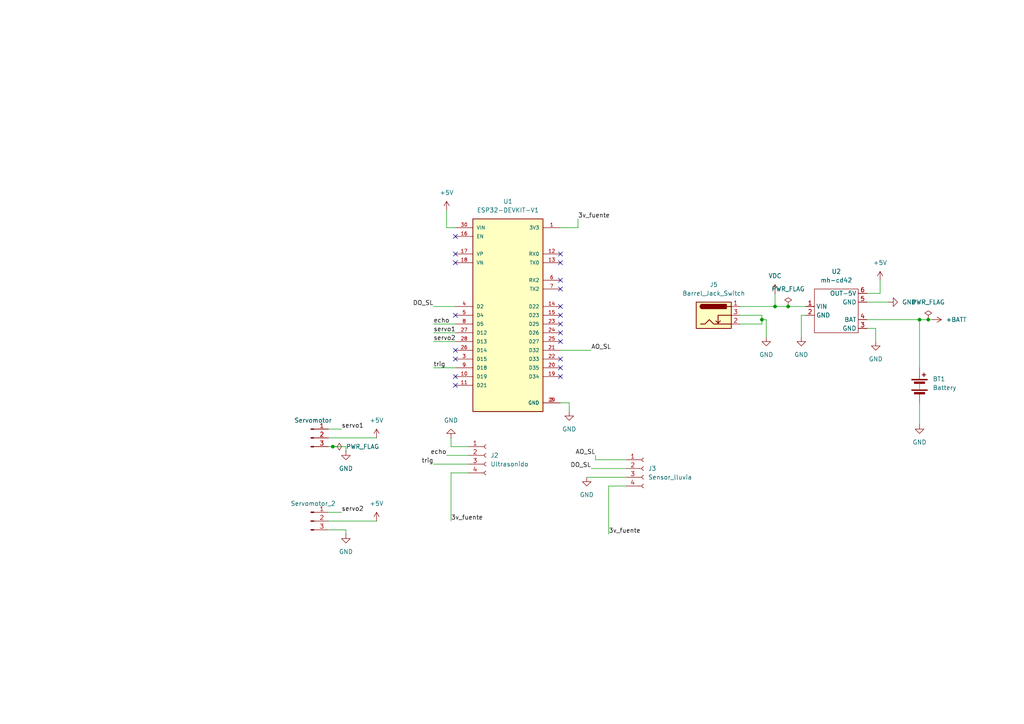
<source format=kicad_sch>
(kicad_sch
	(version 20250114)
	(generator "eeschema")
	(generator_version "9.0")
	(uuid "6fec7cab-15bd-41eb-b587-d293beb9591c")
	(paper "A4")
	(lib_symbols
		(symbol "Connector:Barrel_Jack_Switch"
			(pin_names
				(hide yes)
			)
			(exclude_from_sim no)
			(in_bom yes)
			(on_board yes)
			(property "Reference" "J"
				(at 0 5.334 0)
				(effects
					(font
						(size 1.27 1.27)
					)
				)
			)
			(property "Value" "Barrel_Jack_Switch"
				(at 0 -5.08 0)
				(effects
					(font
						(size 1.27 1.27)
					)
				)
			)
			(property "Footprint" ""
				(at 1.27 -1.016 0)
				(effects
					(font
						(size 1.27 1.27)
					)
					(hide yes)
				)
			)
			(property "Datasheet" "~"
				(at 1.27 -1.016 0)
				(effects
					(font
						(size 1.27 1.27)
					)
					(hide yes)
				)
			)
			(property "Description" "DC Barrel Jack with an internal switch"
				(at 0 0 0)
				(effects
					(font
						(size 1.27 1.27)
					)
					(hide yes)
				)
			)
			(property "ki_keywords" "DC power barrel jack connector"
				(at 0 0 0)
				(effects
					(font
						(size 1.27 1.27)
					)
					(hide yes)
				)
			)
			(property "ki_fp_filters" "BarrelJack*"
				(at 0 0 0)
				(effects
					(font
						(size 1.27 1.27)
					)
					(hide yes)
				)
			)
			(symbol "Barrel_Jack_Switch_0_1"
				(rectangle
					(start -5.08 3.81)
					(end 5.08 -3.81)
					(stroke
						(width 0.254)
						(type default)
					)
					(fill
						(type background)
					)
				)
				(polyline
					(pts
						(xy -3.81 -2.54) (xy -2.54 -2.54) (xy -1.27 -1.27) (xy 0 -2.54) (xy 2.54 -2.54) (xy 5.08 -2.54)
					)
					(stroke
						(width 0.254)
						(type default)
					)
					(fill
						(type none)
					)
				)
				(arc
					(start -3.302 1.905)
					(mid -3.9343 2.54)
					(end -3.302 3.175)
					(stroke
						(width 0.254)
						(type default)
					)
					(fill
						(type none)
					)
				)
				(arc
					(start -3.302 1.905)
					(mid -3.9343 2.54)
					(end -3.302 3.175)
					(stroke
						(width 0.254)
						(type default)
					)
					(fill
						(type outline)
					)
				)
				(polyline
					(pts
						(xy 1.27 -2.286) (xy 1.905 -1.651)
					)
					(stroke
						(width 0.254)
						(type default)
					)
					(fill
						(type none)
					)
				)
				(rectangle
					(start 3.683 3.175)
					(end -3.302 1.905)
					(stroke
						(width 0.254)
						(type default)
					)
					(fill
						(type outline)
					)
				)
				(polyline
					(pts
						(xy 5.08 2.54) (xy 3.81 2.54)
					)
					(stroke
						(width 0.254)
						(type default)
					)
					(fill
						(type none)
					)
				)
				(polyline
					(pts
						(xy 5.08 0) (xy 1.27 0) (xy 1.27 -2.286) (xy 0.635 -1.651)
					)
					(stroke
						(width 0.254)
						(type default)
					)
					(fill
						(type none)
					)
				)
			)
			(symbol "Barrel_Jack_Switch_1_1"
				(pin passive line
					(at 7.62 2.54 180)
					(length 2.54)
					(name "~"
						(effects
							(font
								(size 1.27 1.27)
							)
						)
					)
					(number "1"
						(effects
							(font
								(size 1.27 1.27)
							)
						)
					)
				)
				(pin passive line
					(at 7.62 0 180)
					(length 2.54)
					(name "~"
						(effects
							(font
								(size 1.27 1.27)
							)
						)
					)
					(number "3"
						(effects
							(font
								(size 1.27 1.27)
							)
						)
					)
				)
				(pin passive line
					(at 7.62 -2.54 180)
					(length 2.54)
					(name "~"
						(effects
							(font
								(size 1.27 1.27)
							)
						)
					)
					(number "2"
						(effects
							(font
								(size 1.27 1.27)
							)
						)
					)
				)
			)
			(embedded_fonts no)
		)
		(symbol "Connector:Conn_01x03_Pin"
			(pin_names
				(offset 1.016)
				(hide yes)
			)
			(exclude_from_sim no)
			(in_bom yes)
			(on_board yes)
			(property "Reference" "J"
				(at 0 5.08 0)
				(effects
					(font
						(size 1.27 1.27)
					)
				)
			)
			(property "Value" "Conn_01x03_Pin"
				(at 0 -5.08 0)
				(effects
					(font
						(size 1.27 1.27)
					)
				)
			)
			(property "Footprint" ""
				(at 0 0 0)
				(effects
					(font
						(size 1.27 1.27)
					)
					(hide yes)
				)
			)
			(property "Datasheet" "~"
				(at 0 0 0)
				(effects
					(font
						(size 1.27 1.27)
					)
					(hide yes)
				)
			)
			(property "Description" "Generic connector, single row, 01x03, script generated"
				(at 0 0 0)
				(effects
					(font
						(size 1.27 1.27)
					)
					(hide yes)
				)
			)
			(property "ki_locked" ""
				(at 0 0 0)
				(effects
					(font
						(size 1.27 1.27)
					)
				)
			)
			(property "ki_keywords" "connector"
				(at 0 0 0)
				(effects
					(font
						(size 1.27 1.27)
					)
					(hide yes)
				)
			)
			(property "ki_fp_filters" "Connector*:*_1x??_*"
				(at 0 0 0)
				(effects
					(font
						(size 1.27 1.27)
					)
					(hide yes)
				)
			)
			(symbol "Conn_01x03_Pin_1_1"
				(rectangle
					(start 0.8636 2.667)
					(end 0 2.413)
					(stroke
						(width 0.1524)
						(type default)
					)
					(fill
						(type outline)
					)
				)
				(rectangle
					(start 0.8636 0.127)
					(end 0 -0.127)
					(stroke
						(width 0.1524)
						(type default)
					)
					(fill
						(type outline)
					)
				)
				(rectangle
					(start 0.8636 -2.413)
					(end 0 -2.667)
					(stroke
						(width 0.1524)
						(type default)
					)
					(fill
						(type outline)
					)
				)
				(polyline
					(pts
						(xy 1.27 2.54) (xy 0.8636 2.54)
					)
					(stroke
						(width 0.1524)
						(type default)
					)
					(fill
						(type none)
					)
				)
				(polyline
					(pts
						(xy 1.27 0) (xy 0.8636 0)
					)
					(stroke
						(width 0.1524)
						(type default)
					)
					(fill
						(type none)
					)
				)
				(polyline
					(pts
						(xy 1.27 -2.54) (xy 0.8636 -2.54)
					)
					(stroke
						(width 0.1524)
						(type default)
					)
					(fill
						(type none)
					)
				)
				(pin passive line
					(at 5.08 2.54 180)
					(length 3.81)
					(name "Pin_1"
						(effects
							(font
								(size 1.27 1.27)
							)
						)
					)
					(number "1"
						(effects
							(font
								(size 1.27 1.27)
							)
						)
					)
				)
				(pin passive line
					(at 5.08 0 180)
					(length 3.81)
					(name "Pin_2"
						(effects
							(font
								(size 1.27 1.27)
							)
						)
					)
					(number "2"
						(effects
							(font
								(size 1.27 1.27)
							)
						)
					)
				)
				(pin passive line
					(at 5.08 -2.54 180)
					(length 3.81)
					(name "Pin_3"
						(effects
							(font
								(size 1.27 1.27)
							)
						)
					)
					(number "3"
						(effects
							(font
								(size 1.27 1.27)
							)
						)
					)
				)
			)
			(embedded_fonts no)
		)
		(symbol "Connector:Conn_01x04_Socket"
			(pin_names
				(offset 1.016)
				(hide yes)
			)
			(exclude_from_sim no)
			(in_bom yes)
			(on_board yes)
			(property "Reference" "J"
				(at 0 5.08 0)
				(effects
					(font
						(size 1.27 1.27)
					)
				)
			)
			(property "Value" "Conn_01x04_Socket"
				(at 0 -7.62 0)
				(effects
					(font
						(size 1.27 1.27)
					)
				)
			)
			(property "Footprint" ""
				(at 0 0 0)
				(effects
					(font
						(size 1.27 1.27)
					)
					(hide yes)
				)
			)
			(property "Datasheet" "~"
				(at 0 0 0)
				(effects
					(font
						(size 1.27 1.27)
					)
					(hide yes)
				)
			)
			(property "Description" "Generic connector, single row, 01x04, script generated"
				(at 0 0 0)
				(effects
					(font
						(size 1.27 1.27)
					)
					(hide yes)
				)
			)
			(property "ki_locked" ""
				(at 0 0 0)
				(effects
					(font
						(size 1.27 1.27)
					)
				)
			)
			(property "ki_keywords" "connector"
				(at 0 0 0)
				(effects
					(font
						(size 1.27 1.27)
					)
					(hide yes)
				)
			)
			(property "ki_fp_filters" "Connector*:*_1x??_*"
				(at 0 0 0)
				(effects
					(font
						(size 1.27 1.27)
					)
					(hide yes)
				)
			)
			(symbol "Conn_01x04_Socket_1_1"
				(polyline
					(pts
						(xy -1.27 2.54) (xy -0.508 2.54)
					)
					(stroke
						(width 0.1524)
						(type default)
					)
					(fill
						(type none)
					)
				)
				(polyline
					(pts
						(xy -1.27 0) (xy -0.508 0)
					)
					(stroke
						(width 0.1524)
						(type default)
					)
					(fill
						(type none)
					)
				)
				(polyline
					(pts
						(xy -1.27 -2.54) (xy -0.508 -2.54)
					)
					(stroke
						(width 0.1524)
						(type default)
					)
					(fill
						(type none)
					)
				)
				(polyline
					(pts
						(xy -1.27 -5.08) (xy -0.508 -5.08)
					)
					(stroke
						(width 0.1524)
						(type default)
					)
					(fill
						(type none)
					)
				)
				(arc
					(start 0 2.032)
					(mid -0.5058 2.54)
					(end 0 3.048)
					(stroke
						(width 0.1524)
						(type default)
					)
					(fill
						(type none)
					)
				)
				(arc
					(start 0 -0.508)
					(mid -0.5058 0)
					(end 0 0.508)
					(stroke
						(width 0.1524)
						(type default)
					)
					(fill
						(type none)
					)
				)
				(arc
					(start 0 -3.048)
					(mid -0.5058 -2.54)
					(end 0 -2.032)
					(stroke
						(width 0.1524)
						(type default)
					)
					(fill
						(type none)
					)
				)
				(arc
					(start 0 -5.588)
					(mid -0.5058 -5.08)
					(end 0 -4.572)
					(stroke
						(width 0.1524)
						(type default)
					)
					(fill
						(type none)
					)
				)
				(pin passive line
					(at -5.08 2.54 0)
					(length 3.81)
					(name "Pin_1"
						(effects
							(font
								(size 1.27 1.27)
							)
						)
					)
					(number "1"
						(effects
							(font
								(size 1.27 1.27)
							)
						)
					)
				)
				(pin passive line
					(at -5.08 0 0)
					(length 3.81)
					(name "Pin_2"
						(effects
							(font
								(size 1.27 1.27)
							)
						)
					)
					(number "2"
						(effects
							(font
								(size 1.27 1.27)
							)
						)
					)
				)
				(pin passive line
					(at -5.08 -2.54 0)
					(length 3.81)
					(name "Pin_3"
						(effects
							(font
								(size 1.27 1.27)
							)
						)
					)
					(number "3"
						(effects
							(font
								(size 1.27 1.27)
							)
						)
					)
				)
				(pin passive line
					(at -5.08 -5.08 0)
					(length 3.81)
					(name "Pin_4"
						(effects
							(font
								(size 1.27 1.27)
							)
						)
					)
					(number "4"
						(effects
							(font
								(size 1.27 1.27)
							)
						)
					)
				)
			)
			(embedded_fonts no)
		)
		(symbol "Device:Battery"
			(pin_numbers
				(hide yes)
			)
			(pin_names
				(offset 0)
				(hide yes)
			)
			(exclude_from_sim no)
			(in_bom yes)
			(on_board yes)
			(property "Reference" "BT"
				(at 2.54 2.54 0)
				(effects
					(font
						(size 1.27 1.27)
					)
					(justify left)
				)
			)
			(property "Value" "Battery"
				(at 2.54 0 0)
				(effects
					(font
						(size 1.27 1.27)
					)
					(justify left)
				)
			)
			(property "Footprint" ""
				(at 0 1.524 90)
				(effects
					(font
						(size 1.27 1.27)
					)
					(hide yes)
				)
			)
			(property "Datasheet" "~"
				(at 0 1.524 90)
				(effects
					(font
						(size 1.27 1.27)
					)
					(hide yes)
				)
			)
			(property "Description" "Multiple-cell battery"
				(at 0 0 0)
				(effects
					(font
						(size 1.27 1.27)
					)
					(hide yes)
				)
			)
			(property "ki_keywords" "batt voltage-source cell"
				(at 0 0 0)
				(effects
					(font
						(size 1.27 1.27)
					)
					(hide yes)
				)
			)
			(symbol "Battery_0_1"
				(rectangle
					(start -2.286 1.778)
					(end 2.286 1.524)
					(stroke
						(width 0)
						(type default)
					)
					(fill
						(type outline)
					)
				)
				(rectangle
					(start -2.286 -1.27)
					(end 2.286 -1.524)
					(stroke
						(width 0)
						(type default)
					)
					(fill
						(type outline)
					)
				)
				(rectangle
					(start -1.524 1.016)
					(end 1.524 0.508)
					(stroke
						(width 0)
						(type default)
					)
					(fill
						(type outline)
					)
				)
				(rectangle
					(start -1.524 -2.032)
					(end 1.524 -2.54)
					(stroke
						(width 0)
						(type default)
					)
					(fill
						(type outline)
					)
				)
				(polyline
					(pts
						(xy 0 1.778) (xy 0 2.54)
					)
					(stroke
						(width 0)
						(type default)
					)
					(fill
						(type none)
					)
				)
				(polyline
					(pts
						(xy 0 0) (xy 0 0.254)
					)
					(stroke
						(width 0)
						(type default)
					)
					(fill
						(type none)
					)
				)
				(polyline
					(pts
						(xy 0 -0.508) (xy 0 -0.254)
					)
					(stroke
						(width 0)
						(type default)
					)
					(fill
						(type none)
					)
				)
				(polyline
					(pts
						(xy 0 -1.016) (xy 0 -0.762)
					)
					(stroke
						(width 0)
						(type default)
					)
					(fill
						(type none)
					)
				)
				(polyline
					(pts
						(xy 0.762 3.048) (xy 1.778 3.048)
					)
					(stroke
						(width 0.254)
						(type default)
					)
					(fill
						(type none)
					)
				)
				(polyline
					(pts
						(xy 1.27 3.556) (xy 1.27 2.54)
					)
					(stroke
						(width 0.254)
						(type default)
					)
					(fill
						(type none)
					)
				)
			)
			(symbol "Battery_1_1"
				(pin passive line
					(at 0 5.08 270)
					(length 2.54)
					(name "+"
						(effects
							(font
								(size 1.27 1.27)
							)
						)
					)
					(number "1"
						(effects
							(font
								(size 1.27 1.27)
							)
						)
					)
				)
				(pin passive line
					(at 0 -5.08 90)
					(length 2.54)
					(name "-"
						(effects
							(font
								(size 1.27 1.27)
							)
						)
					)
					(number "2"
						(effects
							(font
								(size 1.27 1.27)
							)
						)
					)
				)
			)
			(embedded_fonts no)
		)
		(symbol "cd42:mh-cd42"
			(exclude_from_sim no)
			(in_bom yes)
			(on_board yes)
			(property "Reference" "U"
				(at 0 7.62 0)
				(effects
					(font
						(size 1.27 1.27)
					)
				)
			)
			(property "Value" "mh-cd42"
				(at 0 -7.62 0)
				(effects
					(font
						(size 1.27 1.27)
					)
				)
			)
			(property "Footprint" ""
				(at -1.27 5.08 0)
				(effects
					(font
						(size 1.27 1.27)
					)
					(hide yes)
				)
			)
			(property "Datasheet" ""
				(at -1.27 5.08 0)
				(effects
					(font
						(size 1.27 1.27)
					)
					(hide yes)
				)
			)
			(property "Description" ""
				(at 0 0 0)
				(effects
					(font
						(size 1.27 1.27)
					)
					(hide yes)
				)
			)
			(symbol "mh-cd42_0_1"
				(rectangle
					(start -6.35 6.35)
					(end 6.35 -6.35)
					(stroke
						(width 0)
						(type default)
					)
					(fill
						(type none)
					)
				)
			)
			(symbol "mh-cd42_1_1"
				(pin power_in line
					(at -8.89 1.27 0)
					(length 2.54)
					(name "VIN"
						(effects
							(font
								(size 1.27 1.27)
							)
						)
					)
					(number "1"
						(effects
							(font
								(size 1.27 1.27)
							)
						)
					)
				)
				(pin passive line
					(at -8.89 -1.27 0)
					(length 2.54)
					(name "GND"
						(effects
							(font
								(size 1.27 1.27)
							)
						)
					)
					(number "2"
						(effects
							(font
								(size 1.27 1.27)
							)
						)
					)
				)
				(pin power_out line
					(at 8.89 5.08 180)
					(length 2.54)
					(name "OUT-5V"
						(effects
							(font
								(size 1.27 1.27)
							)
						)
					)
					(number "6"
						(effects
							(font
								(size 1.27 1.27)
							)
						)
					)
				)
				(pin passive line
					(at 8.89 2.54 180)
					(length 2.54)
					(name "GND"
						(effects
							(font
								(size 1.27 1.27)
							)
						)
					)
					(number "5"
						(effects
							(font
								(size 1.27 1.27)
							)
						)
					)
				)
				(pin passive line
					(at 8.89 -2.54 180)
					(length 2.54)
					(name "BAT"
						(effects
							(font
								(size 1.27 1.27)
							)
						)
					)
					(number "4"
						(effects
							(font
								(size 1.27 1.27)
							)
						)
					)
				)
				(pin passive line
					(at 8.89 -5.08 180)
					(length 2.54)
					(name "GND"
						(effects
							(font
								(size 1.27 1.27)
							)
						)
					)
					(number "3"
						(effects
							(font
								(size 1.27 1.27)
							)
						)
					)
				)
			)
			(embedded_fonts no)
		)
		(symbol "devkit esp32:ESP32-DEVKIT-V1"
			(pin_names
				(offset 1.016)
			)
			(exclude_from_sim no)
			(in_bom yes)
			(on_board yes)
			(property "Reference" "U"
				(at -10.16 30.48 0)
				(effects
					(font
						(size 1.27 1.27)
					)
					(justify left top)
				)
			)
			(property "Value" "ESP32-DEVKIT-V1"
				(at -10.16 -30.48 0)
				(effects
					(font
						(size 1.27 1.27)
					)
					(justify left bottom)
				)
			)
			(property "Footprint" "ESP32-DEVKIT-V1:MODULE_ESP32_DEVKIT_V1"
				(at 0 0 0)
				(effects
					(font
						(size 1.27 1.27)
					)
					(justify bottom)
					(hide yes)
				)
			)
			(property "Datasheet" ""
				(at 0 0 0)
				(effects
					(font
						(size 1.27 1.27)
					)
					(hide yes)
				)
			)
			(property "Description" ""
				(at 0 0 0)
				(effects
					(font
						(size 1.27 1.27)
					)
					(hide yes)
				)
			)
			(property "MF" "Do it"
				(at 0 0 0)
				(effects
					(font
						(size 1.27 1.27)
					)
					(justify bottom)
					(hide yes)
				)
			)
			(property "MAXIMUM_PACKAGE_HEIGHT" "6.8 mm"
				(at 0 0 0)
				(effects
					(font
						(size 1.27 1.27)
					)
					(justify bottom)
					(hide yes)
				)
			)
			(property "Package" "None"
				(at 0 0 0)
				(effects
					(font
						(size 1.27 1.27)
					)
					(justify bottom)
					(hide yes)
				)
			)
			(property "Price" "None"
				(at 0 0 0)
				(effects
					(font
						(size 1.27 1.27)
					)
					(justify bottom)
					(hide yes)
				)
			)
			(property "Check_prices" "https://www.snapeda.com/parts/ESP32-DEVKIT-V1/Do+it/view-part/?ref=eda"
				(at 0 0 0)
				(effects
					(font
						(size 1.27 1.27)
					)
					(justify bottom)
					(hide yes)
				)
			)
			(property "STANDARD" "Manufacturer Recommendations"
				(at 0 0 0)
				(effects
					(font
						(size 1.27 1.27)
					)
					(justify bottom)
					(hide yes)
				)
			)
			(property "PARTREV" "N/A"
				(at 0 0 0)
				(effects
					(font
						(size 1.27 1.27)
					)
					(justify bottom)
					(hide yes)
				)
			)
			(property "SnapEDA_Link" "https://www.snapeda.com/parts/ESP32-DEVKIT-V1/Do+it/view-part/?ref=snap"
				(at 0 0 0)
				(effects
					(font
						(size 1.27 1.27)
					)
					(justify bottom)
					(hide yes)
				)
			)
			(property "MP" "ESP32-DEVKIT-V1"
				(at 0 0 0)
				(effects
					(font
						(size 1.27 1.27)
					)
					(justify bottom)
					(hide yes)
				)
			)
			(property "Description_1" "Dual core, Wi-Fi: 2.4 GHz up to 150 Mbits/s,BLE (Bluetooth Low Energy) and legacy Bluetooth, 32 bits, Up to 240 MHz"
				(at 0 0 0)
				(effects
					(font
						(size 1.27 1.27)
					)
					(justify bottom)
					(hide yes)
				)
			)
			(property "Availability" "Not in stock"
				(at 0 0 0)
				(effects
					(font
						(size 1.27 1.27)
					)
					(justify bottom)
					(hide yes)
				)
			)
			(property "MANUFACTURER" "DOIT"
				(at 0 0 0)
				(effects
					(font
						(size 1.27 1.27)
					)
					(justify bottom)
					(hide yes)
				)
			)
			(symbol "ESP32-DEVKIT-V1_0_0"
				(rectangle
					(start -10.16 -27.94)
					(end 10.16 27.94)
					(stroke
						(width 0.254)
						(type default)
					)
					(fill
						(type background)
					)
				)
				(pin input line
					(at -15.24 25.4 0)
					(length 5.08)
					(name "VIN"
						(effects
							(font
								(size 1.016 1.016)
							)
						)
					)
					(number "30"
						(effects
							(font
								(size 1.016 1.016)
							)
						)
					)
				)
				(pin input line
					(at -15.24 22.86 0)
					(length 5.08)
					(name "EN"
						(effects
							(font
								(size 1.016 1.016)
							)
						)
					)
					(number "16"
						(effects
							(font
								(size 1.016 1.016)
							)
						)
					)
				)
				(pin bidirectional line
					(at -15.24 17.78 0)
					(length 5.08)
					(name "VP"
						(effects
							(font
								(size 1.016 1.016)
							)
						)
					)
					(number "17"
						(effects
							(font
								(size 1.016 1.016)
							)
						)
					)
				)
				(pin bidirectional line
					(at -15.24 15.24 0)
					(length 5.08)
					(name "VN"
						(effects
							(font
								(size 1.016 1.016)
							)
						)
					)
					(number "18"
						(effects
							(font
								(size 1.016 1.016)
							)
						)
					)
				)
				(pin bidirectional line
					(at -15.24 2.54 0)
					(length 5.08)
					(name "D2"
						(effects
							(font
								(size 1.016 1.016)
							)
						)
					)
					(number "4"
						(effects
							(font
								(size 1.016 1.016)
							)
						)
					)
				)
				(pin bidirectional line
					(at -15.24 0 0)
					(length 5.08)
					(name "D4"
						(effects
							(font
								(size 1.016 1.016)
							)
						)
					)
					(number "5"
						(effects
							(font
								(size 1.016 1.016)
							)
						)
					)
				)
				(pin bidirectional line
					(at -15.24 -2.54 0)
					(length 5.08)
					(name "D5"
						(effects
							(font
								(size 1.016 1.016)
							)
						)
					)
					(number "8"
						(effects
							(font
								(size 1.016 1.016)
							)
						)
					)
				)
				(pin bidirectional line
					(at -15.24 -5.08 0)
					(length 5.08)
					(name "D12"
						(effects
							(font
								(size 1.016 1.016)
							)
						)
					)
					(number "27"
						(effects
							(font
								(size 1.016 1.016)
							)
						)
					)
				)
				(pin bidirectional line
					(at -15.24 -7.62 0)
					(length 5.08)
					(name "D13"
						(effects
							(font
								(size 1.016 1.016)
							)
						)
					)
					(number "28"
						(effects
							(font
								(size 1.016 1.016)
							)
						)
					)
				)
				(pin bidirectional line
					(at -15.24 -10.16 0)
					(length 5.08)
					(name "D14"
						(effects
							(font
								(size 1.016 1.016)
							)
						)
					)
					(number "26"
						(effects
							(font
								(size 1.016 1.016)
							)
						)
					)
				)
				(pin bidirectional line
					(at -15.24 -12.7 0)
					(length 5.08)
					(name "D15"
						(effects
							(font
								(size 1.016 1.016)
							)
						)
					)
					(number "3"
						(effects
							(font
								(size 1.016 1.016)
							)
						)
					)
				)
				(pin bidirectional line
					(at -15.24 -15.24 0)
					(length 5.08)
					(name "D18"
						(effects
							(font
								(size 1.016 1.016)
							)
						)
					)
					(number "9"
						(effects
							(font
								(size 1.016 1.016)
							)
						)
					)
				)
				(pin bidirectional line
					(at -15.24 -17.78 0)
					(length 5.08)
					(name "D19"
						(effects
							(font
								(size 1.016 1.016)
							)
						)
					)
					(number "10"
						(effects
							(font
								(size 1.016 1.016)
							)
						)
					)
				)
				(pin bidirectional line
					(at -15.24 -20.32 0)
					(length 5.08)
					(name "D21"
						(effects
							(font
								(size 1.016 1.016)
							)
						)
					)
					(number "11"
						(effects
							(font
								(size 1.016 1.016)
							)
						)
					)
				)
				(pin output line
					(at 15.24 25.4 180)
					(length 5.08)
					(name "3V3"
						(effects
							(font
								(size 1.016 1.016)
							)
						)
					)
					(number "1"
						(effects
							(font
								(size 1.016 1.016)
							)
						)
					)
				)
				(pin input line
					(at 15.24 17.78 180)
					(length 5.08)
					(name "RX0"
						(effects
							(font
								(size 1.016 1.016)
							)
						)
					)
					(number "12"
						(effects
							(font
								(size 1.016 1.016)
							)
						)
					)
				)
				(pin output line
					(at 15.24 15.24 180)
					(length 5.08)
					(name "TX0"
						(effects
							(font
								(size 1.016 1.016)
							)
						)
					)
					(number "13"
						(effects
							(font
								(size 1.016 1.016)
							)
						)
					)
				)
				(pin input line
					(at 15.24 10.16 180)
					(length 5.08)
					(name "RX2"
						(effects
							(font
								(size 1.016 1.016)
							)
						)
					)
					(number "6"
						(effects
							(font
								(size 1.016 1.016)
							)
						)
					)
				)
				(pin output line
					(at 15.24 7.62 180)
					(length 5.08)
					(name "TX2"
						(effects
							(font
								(size 1.016 1.016)
							)
						)
					)
					(number "7"
						(effects
							(font
								(size 1.016 1.016)
							)
						)
					)
				)
				(pin bidirectional line
					(at 15.24 2.54 180)
					(length 5.08)
					(name "D22"
						(effects
							(font
								(size 1.016 1.016)
							)
						)
					)
					(number "14"
						(effects
							(font
								(size 1.016 1.016)
							)
						)
					)
				)
				(pin bidirectional line
					(at 15.24 0 180)
					(length 5.08)
					(name "D23"
						(effects
							(font
								(size 1.016 1.016)
							)
						)
					)
					(number "15"
						(effects
							(font
								(size 1.016 1.016)
							)
						)
					)
				)
				(pin bidirectional line
					(at 15.24 -2.54 180)
					(length 5.08)
					(name "D25"
						(effects
							(font
								(size 1.016 1.016)
							)
						)
					)
					(number "23"
						(effects
							(font
								(size 1.016 1.016)
							)
						)
					)
				)
				(pin bidirectional line
					(at 15.24 -5.08 180)
					(length 5.08)
					(name "D26"
						(effects
							(font
								(size 1.016 1.016)
							)
						)
					)
					(number "24"
						(effects
							(font
								(size 1.016 1.016)
							)
						)
					)
				)
				(pin bidirectional line
					(at 15.24 -7.62 180)
					(length 5.08)
					(name "D27"
						(effects
							(font
								(size 1.016 1.016)
							)
						)
					)
					(number "25"
						(effects
							(font
								(size 1.016 1.016)
							)
						)
					)
				)
				(pin bidirectional line
					(at 15.24 -10.16 180)
					(length 5.08)
					(name "D32"
						(effects
							(font
								(size 1.016 1.016)
							)
						)
					)
					(number "21"
						(effects
							(font
								(size 1.016 1.016)
							)
						)
					)
				)
				(pin bidirectional line
					(at 15.24 -12.7 180)
					(length 5.08)
					(name "D33"
						(effects
							(font
								(size 1.016 1.016)
							)
						)
					)
					(number "22"
						(effects
							(font
								(size 1.016 1.016)
							)
						)
					)
				)
				(pin bidirectional line
					(at 15.24 -15.24 180)
					(length 5.08)
					(name "D35"
						(effects
							(font
								(size 1.016 1.016)
							)
						)
					)
					(number "20"
						(effects
							(font
								(size 1.016 1.016)
							)
						)
					)
				)
				(pin bidirectional line
					(at 15.24 -17.78 180)
					(length 5.08)
					(name "D34"
						(effects
							(font
								(size 1.016 1.016)
							)
						)
					)
					(number "19"
						(effects
							(font
								(size 1.016 1.016)
							)
						)
					)
				)
				(pin power_in line
					(at 15.24 -25.4 180)
					(length 5.08)
					(name "GND"
						(effects
							(font
								(size 1.016 1.016)
							)
						)
					)
					(number "2"
						(effects
							(font
								(size 1.016 1.016)
							)
						)
					)
				)
				(pin power_in line
					(at 15.24 -25.4 180)
					(length 5.08)
					(name "GND"
						(effects
							(font
								(size 1.016 1.016)
							)
						)
					)
					(number "29"
						(effects
							(font
								(size 1.016 1.016)
							)
						)
					)
				)
			)
			(embedded_fonts no)
		)
		(symbol "power:+5V"
			(power)
			(pin_numbers
				(hide yes)
			)
			(pin_names
				(offset 0)
				(hide yes)
			)
			(exclude_from_sim no)
			(in_bom yes)
			(on_board yes)
			(property "Reference" "#PWR"
				(at 0 -3.81 0)
				(effects
					(font
						(size 1.27 1.27)
					)
					(hide yes)
				)
			)
			(property "Value" "+5V"
				(at 0 3.556 0)
				(effects
					(font
						(size 1.27 1.27)
					)
				)
			)
			(property "Footprint" ""
				(at 0 0 0)
				(effects
					(font
						(size 1.27 1.27)
					)
					(hide yes)
				)
			)
			(property "Datasheet" ""
				(at 0 0 0)
				(effects
					(font
						(size 1.27 1.27)
					)
					(hide yes)
				)
			)
			(property "Description" "Power symbol creates a global label with name \"+5V\""
				(at 0 0 0)
				(effects
					(font
						(size 1.27 1.27)
					)
					(hide yes)
				)
			)
			(property "ki_keywords" "global power"
				(at 0 0 0)
				(effects
					(font
						(size 1.27 1.27)
					)
					(hide yes)
				)
			)
			(symbol "+5V_0_1"
				(polyline
					(pts
						(xy -0.762 1.27) (xy 0 2.54)
					)
					(stroke
						(width 0)
						(type default)
					)
					(fill
						(type none)
					)
				)
				(polyline
					(pts
						(xy 0 2.54) (xy 0.762 1.27)
					)
					(stroke
						(width 0)
						(type default)
					)
					(fill
						(type none)
					)
				)
				(polyline
					(pts
						(xy 0 0) (xy 0 2.54)
					)
					(stroke
						(width 0)
						(type default)
					)
					(fill
						(type none)
					)
				)
			)
			(symbol "+5V_1_1"
				(pin power_in line
					(at 0 0 90)
					(length 0)
					(name "~"
						(effects
							(font
								(size 1.27 1.27)
							)
						)
					)
					(number "1"
						(effects
							(font
								(size 1.27 1.27)
							)
						)
					)
				)
			)
			(embedded_fonts no)
		)
		(symbol "power:+BATT"
			(power)
			(pin_numbers
				(hide yes)
			)
			(pin_names
				(offset 0)
				(hide yes)
			)
			(exclude_from_sim no)
			(in_bom yes)
			(on_board yes)
			(property "Reference" "#PWR"
				(at 0 -3.81 0)
				(effects
					(font
						(size 1.27 1.27)
					)
					(hide yes)
				)
			)
			(property "Value" "+BATT"
				(at 0 3.556 0)
				(effects
					(font
						(size 1.27 1.27)
					)
				)
			)
			(property "Footprint" ""
				(at 0 0 0)
				(effects
					(font
						(size 1.27 1.27)
					)
					(hide yes)
				)
			)
			(property "Datasheet" ""
				(at 0 0 0)
				(effects
					(font
						(size 1.27 1.27)
					)
					(hide yes)
				)
			)
			(property "Description" "Power symbol creates a global label with name \"+BATT\""
				(at 0 0 0)
				(effects
					(font
						(size 1.27 1.27)
					)
					(hide yes)
				)
			)
			(property "ki_keywords" "global power battery"
				(at 0 0 0)
				(effects
					(font
						(size 1.27 1.27)
					)
					(hide yes)
				)
			)
			(symbol "+BATT_0_1"
				(polyline
					(pts
						(xy -0.762 1.27) (xy 0 2.54)
					)
					(stroke
						(width 0)
						(type default)
					)
					(fill
						(type none)
					)
				)
				(polyline
					(pts
						(xy 0 2.54) (xy 0.762 1.27)
					)
					(stroke
						(width 0)
						(type default)
					)
					(fill
						(type none)
					)
				)
				(polyline
					(pts
						(xy 0 0) (xy 0 2.54)
					)
					(stroke
						(width 0)
						(type default)
					)
					(fill
						(type none)
					)
				)
			)
			(symbol "+BATT_1_1"
				(pin power_in line
					(at 0 0 90)
					(length 0)
					(name "~"
						(effects
							(font
								(size 1.27 1.27)
							)
						)
					)
					(number "1"
						(effects
							(font
								(size 1.27 1.27)
							)
						)
					)
				)
			)
			(embedded_fonts no)
		)
		(symbol "power:GND"
			(power)
			(pin_numbers
				(hide yes)
			)
			(pin_names
				(offset 0)
				(hide yes)
			)
			(exclude_from_sim no)
			(in_bom yes)
			(on_board yes)
			(property "Reference" "#PWR"
				(at 0 -6.35 0)
				(effects
					(font
						(size 1.27 1.27)
					)
					(hide yes)
				)
			)
			(property "Value" "GND"
				(at 0 -3.81 0)
				(effects
					(font
						(size 1.27 1.27)
					)
				)
			)
			(property "Footprint" ""
				(at 0 0 0)
				(effects
					(font
						(size 1.27 1.27)
					)
					(hide yes)
				)
			)
			(property "Datasheet" ""
				(at 0 0 0)
				(effects
					(font
						(size 1.27 1.27)
					)
					(hide yes)
				)
			)
			(property "Description" "Power symbol creates a global label with name \"GND\" , ground"
				(at 0 0 0)
				(effects
					(font
						(size 1.27 1.27)
					)
					(hide yes)
				)
			)
			(property "ki_keywords" "global power"
				(at 0 0 0)
				(effects
					(font
						(size 1.27 1.27)
					)
					(hide yes)
				)
			)
			(symbol "GND_0_1"
				(polyline
					(pts
						(xy 0 0) (xy 0 -1.27) (xy 1.27 -1.27) (xy 0 -2.54) (xy -1.27 -1.27) (xy 0 -1.27)
					)
					(stroke
						(width 0)
						(type default)
					)
					(fill
						(type none)
					)
				)
			)
			(symbol "GND_1_1"
				(pin power_in line
					(at 0 0 270)
					(length 0)
					(name "~"
						(effects
							(font
								(size 1.27 1.27)
							)
						)
					)
					(number "1"
						(effects
							(font
								(size 1.27 1.27)
							)
						)
					)
				)
			)
			(embedded_fonts no)
		)
		(symbol "power:PWR_FLAG"
			(power)
			(pin_numbers
				(hide yes)
			)
			(pin_names
				(offset 0)
				(hide yes)
			)
			(exclude_from_sim no)
			(in_bom yes)
			(on_board yes)
			(property "Reference" "#FLG"
				(at 0 1.905 0)
				(effects
					(font
						(size 1.27 1.27)
					)
					(hide yes)
				)
			)
			(property "Value" "PWR_FLAG"
				(at 0 3.81 0)
				(effects
					(font
						(size 1.27 1.27)
					)
				)
			)
			(property "Footprint" ""
				(at 0 0 0)
				(effects
					(font
						(size 1.27 1.27)
					)
					(hide yes)
				)
			)
			(property "Datasheet" "~"
				(at 0 0 0)
				(effects
					(font
						(size 1.27 1.27)
					)
					(hide yes)
				)
			)
			(property "Description" "Special symbol for telling ERC where power comes from"
				(at 0 0 0)
				(effects
					(font
						(size 1.27 1.27)
					)
					(hide yes)
				)
			)
			(property "ki_keywords" "flag power"
				(at 0 0 0)
				(effects
					(font
						(size 1.27 1.27)
					)
					(hide yes)
				)
			)
			(symbol "PWR_FLAG_0_0"
				(pin power_out line
					(at 0 0 90)
					(length 0)
					(name "~"
						(effects
							(font
								(size 1.27 1.27)
							)
						)
					)
					(number "1"
						(effects
							(font
								(size 1.27 1.27)
							)
						)
					)
				)
			)
			(symbol "PWR_FLAG_0_1"
				(polyline
					(pts
						(xy 0 0) (xy 0 1.27) (xy -1.016 1.905) (xy 0 2.54) (xy 1.016 1.905) (xy 0 1.27)
					)
					(stroke
						(width 0)
						(type default)
					)
					(fill
						(type none)
					)
				)
			)
			(embedded_fonts no)
		)
		(symbol "power:VDC"
			(power)
			(pin_numbers
				(hide yes)
			)
			(pin_names
				(offset 0)
				(hide yes)
			)
			(exclude_from_sim no)
			(in_bom yes)
			(on_board yes)
			(property "Reference" "#PWR"
				(at 0 -3.81 0)
				(effects
					(font
						(size 1.27 1.27)
					)
					(hide yes)
				)
			)
			(property "Value" "VDC"
				(at 0 3.556 0)
				(effects
					(font
						(size 1.27 1.27)
					)
				)
			)
			(property "Footprint" ""
				(at 0 0 0)
				(effects
					(font
						(size 1.27 1.27)
					)
					(hide yes)
				)
			)
			(property "Datasheet" ""
				(at 0 0 0)
				(effects
					(font
						(size 1.27 1.27)
					)
					(hide yes)
				)
			)
			(property "Description" "Power symbol creates a global label with name \"VDC\""
				(at 0 0 0)
				(effects
					(font
						(size 1.27 1.27)
					)
					(hide yes)
				)
			)
			(property "ki_keywords" "global power"
				(at 0 0 0)
				(effects
					(font
						(size 1.27 1.27)
					)
					(hide yes)
				)
			)
			(symbol "VDC_0_1"
				(polyline
					(pts
						(xy -0.762 1.27) (xy 0 2.54)
					)
					(stroke
						(width 0)
						(type default)
					)
					(fill
						(type none)
					)
				)
				(polyline
					(pts
						(xy 0 2.54) (xy 0.762 1.27)
					)
					(stroke
						(width 0)
						(type default)
					)
					(fill
						(type none)
					)
				)
				(polyline
					(pts
						(xy 0 0) (xy 0 2.54)
					)
					(stroke
						(width 0)
						(type default)
					)
					(fill
						(type none)
					)
				)
			)
			(symbol "VDC_1_1"
				(pin power_in line
					(at 0 0 90)
					(length 0)
					(name "~"
						(effects
							(font
								(size 1.27 1.27)
							)
						)
					)
					(number "1"
						(effects
							(font
								(size 1.27 1.27)
							)
						)
					)
				)
			)
			(embedded_fonts no)
		)
	)
	(junction
		(at 266.7 92.71)
		(diameter 0)
		(color 0 0 0 0)
		(uuid "1e4985f9-a2a9-4e50-bc70-c90c46b96c9b")
	)
	(junction
		(at 224.79 88.9)
		(diameter 0)
		(color 0 0 0 0)
		(uuid "3ce816ad-960b-43a1-84f5-08acfdd73ed3")
	)
	(junction
		(at 96.52 129.54)
		(diameter 0)
		(color 0 0 0 0)
		(uuid "72e5b952-e5ea-44f5-9df0-fac64b35cd7d")
	)
	(junction
		(at 269.24 92.71)
		(diameter 0)
		(color 0 0 0 0)
		(uuid "9248705b-579d-49cd-a8c5-feec14c04e96")
	)
	(junction
		(at 220.98 92.71)
		(diameter 0)
		(color 0 0 0 0)
		(uuid "de922bed-27c4-4f1a-916b-383756326ee9")
	)
	(junction
		(at 228.6 88.9)
		(diameter 0)
		(color 0 0 0 0)
		(uuid "fb99c951-ebbb-4e74-bc01-88ace230cb42")
	)
	(no_connect
		(at 162.56 76.2)
		(uuid "08caf1a6-dda6-43c3-81e6-d9ef14019e5b")
	)
	(no_connect
		(at 162.56 73.66)
		(uuid "1d8c65c7-e881-46bf-b74f-39de6d109b95")
	)
	(no_connect
		(at 132.08 101.6)
		(uuid "36ff69e7-be02-469e-a087-6e20e56e8088")
	)
	(no_connect
		(at 162.56 88.9)
		(uuid "37276f1d-cbaa-4d73-a36a-dfdc9c32a374")
	)
	(no_connect
		(at 132.08 73.66)
		(uuid "42770e85-939f-4159-bdcd-11f3bd974756")
	)
	(no_connect
		(at 162.56 99.06)
		(uuid "503c4f39-71c5-439d-992e-2932d5ca2059")
	)
	(no_connect
		(at 132.08 111.76)
		(uuid "68d20a70-ad0e-4221-9f4c-c67e2f576e13")
	)
	(no_connect
		(at 132.08 76.2)
		(uuid "754171b5-30c7-42a0-955e-350488daf31b")
	)
	(no_connect
		(at 132.08 91.44)
		(uuid "78952fd8-e634-493e-b2e3-5ea4511bb49f")
	)
	(no_connect
		(at 132.08 104.14)
		(uuid "8eae8b0e-cca4-4dbb-9b2b-22714e270c28")
	)
	(no_connect
		(at 162.56 91.44)
		(uuid "93d00690-ea64-4584-aa62-da962aee22c0")
	)
	(no_connect
		(at 162.56 93.98)
		(uuid "988c379d-0e52-4a9b-b97a-85080604ef2a")
	)
	(no_connect
		(at 132.08 109.22)
		(uuid "a56bc962-b833-4ed8-827b-bbc13e227a1c")
	)
	(no_connect
		(at 162.56 96.52)
		(uuid "a7846633-1467-44c4-a658-6fd16b3c43f9")
	)
	(no_connect
		(at 162.56 106.68)
		(uuid "a7ac94c1-b34c-48ad-b683-4d189b4e9273")
	)
	(no_connect
		(at 162.56 109.22)
		(uuid "a856883e-6d50-4ae1-be2a-f572ffce7ddb")
	)
	(no_connect
		(at 162.56 104.14)
		(uuid "acdb804a-1f07-4299-b503-9d2eec024030")
	)
	(no_connect
		(at 162.56 83.82)
		(uuid "bbb45324-a102-4b18-900a-e11d93166411")
	)
	(no_connect
		(at 132.08 68.58)
		(uuid "c33c878e-979e-4fe3-a15f-ab1850b8ca08")
	)
	(no_connect
		(at 162.56 81.28)
		(uuid "d1d178db-d6d7-4be3-a461-14ada25fb136")
	)
	(wire
		(pts
			(xy 269.24 92.71) (xy 270.51 92.71)
		)
		(stroke
			(width 0)
			(type default)
		)
		(uuid "04225c28-6cbe-4848-8cca-236900df9f94")
	)
	(wire
		(pts
			(xy 254 95.25) (xy 254 99.06)
		)
		(stroke
			(width 0)
			(type default)
		)
		(uuid "0792f481-9e4e-4f95-9c50-627155d10741")
	)
	(wire
		(pts
			(xy 162.56 66.04) (xy 167.64 66.04)
		)
		(stroke
			(width 0)
			(type default)
		)
		(uuid "0fc9f4f9-cb2f-4826-9349-51e4f42f79f9")
	)
	(wire
		(pts
			(xy 251.46 87.63) (xy 257.81 87.63)
		)
		(stroke
			(width 0)
			(type default)
		)
		(uuid "112e7df2-9385-4a7c-968e-c44ed1ff2f05")
	)
	(wire
		(pts
			(xy 251.46 85.09) (xy 255.27 85.09)
		)
		(stroke
			(width 0)
			(type default)
		)
		(uuid "1306fa33-6081-440d-b0f7-f2420dd59577")
	)
	(wire
		(pts
			(xy 125.73 96.52) (xy 132.08 96.52)
		)
		(stroke
			(width 0)
			(type default)
		)
		(uuid "14fa2fdd-9f7a-4e98-b4e8-dbd9c2709a22")
	)
	(wire
		(pts
			(xy 165.1 116.84) (xy 165.1 119.38)
		)
		(stroke
			(width 0)
			(type default)
		)
		(uuid "187fd29a-5b3c-4940-a234-f1664727d7f1")
	)
	(wire
		(pts
			(xy 100.33 129.54) (xy 100.33 130.81)
		)
		(stroke
			(width 0)
			(type default)
		)
		(uuid "26209988-8c15-41cc-96b7-82dab06425e6")
	)
	(wire
		(pts
			(xy 96.52 129.54) (xy 100.33 129.54)
		)
		(stroke
			(width 0)
			(type default)
		)
		(uuid "28639ff2-c72a-41c2-a87d-ef5e935347bb")
	)
	(wire
		(pts
			(xy 232.41 91.44) (xy 232.41 97.79)
		)
		(stroke
			(width 0)
			(type default)
		)
		(uuid "2d51c9eb-a800-4fbf-9fcd-28d08578892d")
	)
	(wire
		(pts
			(xy 162.56 101.6) (xy 171.45 101.6)
		)
		(stroke
			(width 0)
			(type default)
		)
		(uuid "351fa248-a5e8-48b7-9efb-e2cd1c7caa2b")
	)
	(wire
		(pts
			(xy 129.54 132.08) (xy 135.89 132.08)
		)
		(stroke
			(width 0)
			(type default)
		)
		(uuid "37b09f7e-dcd7-4ff2-8056-55d3194e63ed")
	)
	(wire
		(pts
			(xy 130.81 127) (xy 130.81 129.54)
		)
		(stroke
			(width 0)
			(type default)
		)
		(uuid "38b43142-e784-40cd-a436-bc91d6a4f031")
	)
	(wire
		(pts
			(xy 222.25 97.79) (xy 222.25 92.71)
		)
		(stroke
			(width 0)
			(type default)
		)
		(uuid "3b9b856a-3b02-4cf9-80d2-f4ed0b90a4cf")
	)
	(wire
		(pts
			(xy 95.25 151.13) (xy 109.22 151.13)
		)
		(stroke
			(width 0)
			(type default)
		)
		(uuid "3ef77367-a659-4d79-9d48-fca0ab1ff0f1")
	)
	(wire
		(pts
			(xy 224.79 85.09) (xy 224.79 88.9)
		)
		(stroke
			(width 0)
			(type default)
		)
		(uuid "44ca35f1-c6aa-4e97-a0bd-8cae6e39621e")
	)
	(wire
		(pts
			(xy 251.46 92.71) (xy 266.7 92.71)
		)
		(stroke
			(width 0)
			(type default)
		)
		(uuid "45439d92-ed62-4a9a-9a94-9e2cbd3aed13")
	)
	(wire
		(pts
			(xy 129.54 66.04) (xy 132.08 66.04)
		)
		(stroke
			(width 0)
			(type default)
		)
		(uuid "4adb6b63-55e8-441a-ba6b-529b6af8e613")
	)
	(wire
		(pts
			(xy 220.98 92.71) (xy 220.98 91.44)
		)
		(stroke
			(width 0)
			(type default)
		)
		(uuid "4e163f6f-ae8a-4330-be94-4f930ff2caf2")
	)
	(wire
		(pts
			(xy 125.73 99.06) (xy 132.08 99.06)
		)
		(stroke
			(width 0)
			(type default)
		)
		(uuid "52841839-fc8a-45af-8c28-809034b010b2")
	)
	(wire
		(pts
			(xy 125.73 134.62) (xy 135.89 134.62)
		)
		(stroke
			(width 0)
			(type default)
		)
		(uuid "578d6ba0-ccb0-45c5-a9f6-3b19caa705cd")
	)
	(wire
		(pts
			(xy 171.45 135.89) (xy 181.61 135.89)
		)
		(stroke
			(width 0)
			(type default)
		)
		(uuid "5be74a0f-7873-446e-9933-de56cafc0253")
	)
	(wire
		(pts
			(xy 266.7 92.71) (xy 269.24 92.71)
		)
		(stroke
			(width 0)
			(type default)
		)
		(uuid "62f4e81c-ee8f-4ffd-9283-1f6fd5f4ed59")
	)
	(wire
		(pts
			(xy 172.72 133.35) (xy 181.61 133.35)
		)
		(stroke
			(width 0)
			(type default)
		)
		(uuid "6ce1b1ce-79aa-4fa2-ba38-0b2a00cdebf0")
	)
	(wire
		(pts
			(xy 100.33 153.67) (xy 100.33 154.94)
		)
		(stroke
			(width 0)
			(type default)
		)
		(uuid "71c145e0-3943-4617-aee4-dcb6b9c199cf")
	)
	(wire
		(pts
			(xy 233.68 91.44) (xy 232.41 91.44)
		)
		(stroke
			(width 0)
			(type default)
		)
		(uuid "73fbebed-87ce-4d0f-8328-4cc4303d2954")
	)
	(wire
		(pts
			(xy 125.73 106.68) (xy 132.08 106.68)
		)
		(stroke
			(width 0)
			(type default)
		)
		(uuid "752d8b01-4cf5-442e-afe5-7ea073656613")
	)
	(wire
		(pts
			(xy 129.54 60.96) (xy 129.54 66.04)
		)
		(stroke
			(width 0)
			(type default)
		)
		(uuid "76fdda8d-9d88-407d-9c23-b119d1dbe94f")
	)
	(wire
		(pts
			(xy 214.63 88.9) (xy 224.79 88.9)
		)
		(stroke
			(width 0)
			(type default)
		)
		(uuid "7c28c679-c0d5-4267-84be-243b21a6f396")
	)
	(wire
		(pts
			(xy 214.63 91.44) (xy 220.98 91.44)
		)
		(stroke
			(width 0)
			(type default)
		)
		(uuid "828ff9ea-cc8f-4e8e-89d0-7ddbaf093772")
	)
	(wire
		(pts
			(xy 172.72 132.08) (xy 172.72 133.35)
		)
		(stroke
			(width 0)
			(type default)
		)
		(uuid "83903049-4435-4fa0-ac53-57115b622023")
	)
	(wire
		(pts
			(xy 266.7 92.71) (xy 266.7 106.68)
		)
		(stroke
			(width 0)
			(type default)
		)
		(uuid "85f89b74-1c62-4205-b73c-b95874f5d5a1")
	)
	(wire
		(pts
			(xy 255.27 81.28) (xy 255.27 85.09)
		)
		(stroke
			(width 0)
			(type default)
		)
		(uuid "8a1143d7-521e-4954-b8d6-39f7263a68e8")
	)
	(wire
		(pts
			(xy 130.81 137.16) (xy 135.89 137.16)
		)
		(stroke
			(width 0)
			(type default)
		)
		(uuid "8a370274-b981-4a7e-93b2-1508fbbd61b6")
	)
	(wire
		(pts
			(xy 95.25 124.46) (xy 99.06 124.46)
		)
		(stroke
			(width 0)
			(type default)
		)
		(uuid "8b843629-e572-4593-beb4-14af5daf0ad3")
	)
	(wire
		(pts
			(xy 176.53 140.97) (xy 181.61 140.97)
		)
		(stroke
			(width 0)
			(type default)
		)
		(uuid "90b2ebe6-c711-497e-bf34-e4bae4b2c512")
	)
	(wire
		(pts
			(xy 228.6 88.9) (xy 233.68 88.9)
		)
		(stroke
			(width 0)
			(type default)
		)
		(uuid "95ad08be-3d65-4834-944f-62869929ec27")
	)
	(wire
		(pts
			(xy 266.7 123.19) (xy 266.7 116.84)
		)
		(stroke
			(width 0)
			(type default)
		)
		(uuid "9eb62b31-650d-43dd-817a-3a02d0bfb941")
	)
	(wire
		(pts
			(xy 251.46 95.25) (xy 254 95.25)
		)
		(stroke
			(width 0)
			(type default)
		)
		(uuid "ab695aff-98c1-4b49-a4fa-1b9de1379187")
	)
	(wire
		(pts
			(xy 130.81 129.54) (xy 135.89 129.54)
		)
		(stroke
			(width 0)
			(type default)
		)
		(uuid "af26c2d3-0092-43eb-8ab1-e27dc5a2dfbb")
	)
	(wire
		(pts
			(xy 222.25 92.71) (xy 220.98 92.71)
		)
		(stroke
			(width 0)
			(type default)
		)
		(uuid "b2e10a09-2852-48d8-9485-58f627a97587")
	)
	(wire
		(pts
			(xy 176.53 140.97) (xy 176.53 154.94)
		)
		(stroke
			(width 0)
			(type default)
		)
		(uuid "b5370495-66c0-4703-8b27-a8735aca63e0")
	)
	(wire
		(pts
			(xy 162.56 116.84) (xy 165.1 116.84)
		)
		(stroke
			(width 0)
			(type default)
		)
		(uuid "b9e1833c-e0f7-47b9-8a76-516be7942ce7")
	)
	(wire
		(pts
			(xy 125.73 93.98) (xy 132.08 93.98)
		)
		(stroke
			(width 0)
			(type default)
		)
		(uuid "bf936b38-f3ba-46a0-bf6b-cc696d5f326d")
	)
	(wire
		(pts
			(xy 224.79 88.9) (xy 228.6 88.9)
		)
		(stroke
			(width 0)
			(type default)
		)
		(uuid "c893d688-b0be-44b2-8577-e27f88ae6b32")
	)
	(wire
		(pts
			(xy 95.25 148.59) (xy 99.06 148.59)
		)
		(stroke
			(width 0)
			(type default)
		)
		(uuid "cd85f97f-43dd-4830-8730-19369defbce5")
	)
	(wire
		(pts
			(xy 125.73 88.9) (xy 132.08 88.9)
		)
		(stroke
			(width 0)
			(type default)
		)
		(uuid "d11919ca-4eaa-4cd0-8b09-b8716bcfa0b2")
	)
	(wire
		(pts
			(xy 95.25 153.67) (xy 100.33 153.67)
		)
		(stroke
			(width 0)
			(type default)
		)
		(uuid "d66ef819-c0f5-4287-992c-050e7ed18edf")
	)
	(wire
		(pts
			(xy 95.25 129.54) (xy 96.52 129.54)
		)
		(stroke
			(width 0)
			(type default)
		)
		(uuid "d8c6e4eb-ea13-49e1-ac63-e54d6463b113")
	)
	(wire
		(pts
			(xy 170.18 138.43) (xy 181.61 138.43)
		)
		(stroke
			(width 0)
			(type default)
		)
		(uuid "d8cf87ce-2ca6-4bbd-aa77-21d1217a87b8")
	)
	(wire
		(pts
			(xy 167.64 66.04) (xy 167.64 63.5)
		)
		(stroke
			(width 0)
			(type default)
		)
		(uuid "ee076ea1-1d03-4792-8f45-f5ed0dd7e284")
	)
	(wire
		(pts
			(xy 214.63 93.98) (xy 220.98 93.98)
		)
		(stroke
			(width 0)
			(type default)
		)
		(uuid "efe61e3c-99c8-4e62-8d70-f663150f7ef7")
	)
	(wire
		(pts
			(xy 130.81 137.16) (xy 130.81 151.13)
		)
		(stroke
			(width 0)
			(type default)
		)
		(uuid "f621b3f3-6620-4261-a4f9-e3701c895156")
	)
	(wire
		(pts
			(xy 220.98 93.98) (xy 220.98 92.71)
		)
		(stroke
			(width 0)
			(type default)
		)
		(uuid "f78bcd3f-236e-4ccc-8fe5-ab69a4074186")
	)
	(wire
		(pts
			(xy 95.25 127) (xy 109.22 127)
		)
		(stroke
			(width 0)
			(type default)
		)
		(uuid "fe1b897c-8a8e-4b0e-a3ee-2c8847c56c31")
	)
	(label "trig"
		(at 125.73 106.68 0)
		(effects
			(font
				(size 1.27 1.27)
			)
			(justify left bottom)
		)
		(uuid "22e091db-1890-4fa3-b131-3736ab81aec3")
	)
	(label "trig"
		(at 125.73 134.62 180)
		(effects
			(font
				(size 1.27 1.27)
			)
			(justify right bottom)
		)
		(uuid "3301a453-ec4c-4574-92df-14a31ad76301")
	)
	(label "DO_SL"
		(at 171.45 135.89 180)
		(effects
			(font
				(size 1.27 1.27)
			)
			(justify right bottom)
		)
		(uuid "6ed20592-5d1e-4c42-a638-2be3f8e88d27")
	)
	(label "AO_SL"
		(at 171.45 101.6 0)
		(effects
			(font
				(size 1.27 1.27)
			)
			(justify left bottom)
		)
		(uuid "736ec7d2-6936-4c19-ae49-06ea1136d42b")
	)
	(label "servo1"
		(at 125.73 96.52 0)
		(effects
			(font
				(size 1.27 1.27)
			)
			(justify left bottom)
		)
		(uuid "822279ee-238a-4cef-8196-dfee49dc44f0")
	)
	(label "3v_fuente"
		(at 130.81 151.13 0)
		(effects
			(font
				(size 1.27 1.27)
			)
			(justify left bottom)
		)
		(uuid "9788f9e4-f0ee-436c-862c-55c18c5acd3d")
	)
	(label "echo"
		(at 129.54 132.08 180)
		(effects
			(font
				(size 1.27 1.27)
			)
			(justify right bottom)
		)
		(uuid "9beffd27-e9ee-47f0-a1d1-386c23050aa9")
	)
	(label "3v_fuente"
		(at 176.53 154.94 0)
		(effects
			(font
				(size 1.27 1.27)
			)
			(justify left bottom)
		)
		(uuid "a11b1321-6e5a-46ce-8806-b5d7d9d96fe3")
	)
	(label "3v_fuente"
		(at 167.64 63.5 0)
		(effects
			(font
				(size 1.27 1.27)
			)
			(justify left bottom)
		)
		(uuid "a16d8887-d10e-49bb-a3d2-d8031e2b6a24")
	)
	(label "AO_SL"
		(at 172.72 132.08 180)
		(effects
			(font
				(size 1.27 1.27)
			)
			(justify right bottom)
		)
		(uuid "a48b4357-bed4-42ed-94b4-343bdf84a9ae")
	)
	(label "echo"
		(at 125.73 93.98 0)
		(effects
			(font
				(size 1.27 1.27)
			)
			(justify left bottom)
		)
		(uuid "ab718437-9c63-4d7e-9503-9a8bfac34de3")
	)
	(label "servo1"
		(at 99.06 124.46 0)
		(effects
			(font
				(size 1.27 1.27)
			)
			(justify left bottom)
		)
		(uuid "b735eb39-70a5-4184-9353-a4f42527209a")
	)
	(label "DO_SL"
		(at 125.73 88.9 180)
		(effects
			(font
				(size 1.27 1.27)
			)
			(justify right bottom)
		)
		(uuid "c021a3b7-4dee-442c-9382-f4060f8240b9")
	)
	(label "servo2"
		(at 99.06 148.59 0)
		(effects
			(font
				(size 1.27 1.27)
			)
			(justify left bottom)
		)
		(uuid "c8aa793a-82cc-4d99-8cfb-16e7b3ec9232")
	)
	(label "servo2"
		(at 125.73 99.06 0)
		(effects
			(font
				(size 1.27 1.27)
			)
			(justify left bottom)
		)
		(uuid "e4d57136-4e98-442c-88b5-a439ec8bab94")
	)
	(symbol
		(lib_id "power:GND")
		(at 222.25 97.79 0)
		(unit 1)
		(exclude_from_sim no)
		(in_bom yes)
		(on_board yes)
		(dnp no)
		(fields_autoplaced yes)
		(uuid "09ccc590-aeee-4d4a-9065-f86840d52e5f")
		(property "Reference" "#PWR014"
			(at 222.25 104.14 0)
			(effects
				(font
					(size 1.27 1.27)
				)
				(hide yes)
			)
		)
		(property "Value" "GND"
			(at 222.25 102.87 0)
			(effects
				(font
					(size 1.27 1.27)
				)
			)
		)
		(property "Footprint" ""
			(at 222.25 97.79 0)
			(effects
				(font
					(size 1.27 1.27)
				)
				(hide yes)
			)
		)
		(property "Datasheet" ""
			(at 222.25 97.79 0)
			(effects
				(font
					(size 1.27 1.27)
				)
				(hide yes)
			)
		)
		(property "Description" "Power symbol creates a global label with name \"GND\" , ground"
			(at 222.25 97.79 0)
			(effects
				(font
					(size 1.27 1.27)
				)
				(hide yes)
			)
		)
		(pin "1"
			(uuid "d5a73d7d-c977-41f3-9707-da2a7e09140e")
		)
		(instances
			(project "Esquema circuito"
				(path "/6fec7cab-15bd-41eb-b587-d293beb9591c"
					(reference "#PWR014")
					(unit 1)
				)
			)
		)
	)
	(symbol
		(lib_id "power:GND")
		(at 170.18 138.43 0)
		(unit 1)
		(exclude_from_sim no)
		(in_bom yes)
		(on_board yes)
		(dnp no)
		(fields_autoplaced yes)
		(uuid "108dd004-e62a-4d55-9c89-33bd276dce3a")
		(property "Reference" "#PWR09"
			(at 170.18 144.78 0)
			(effects
				(font
					(size 1.27 1.27)
				)
				(hide yes)
			)
		)
		(property "Value" "GND"
			(at 170.18 143.51 0)
			(effects
				(font
					(size 1.27 1.27)
				)
			)
		)
		(property "Footprint" ""
			(at 170.18 138.43 0)
			(effects
				(font
					(size 1.27 1.27)
				)
				(hide yes)
			)
		)
		(property "Datasheet" ""
			(at 170.18 138.43 0)
			(effects
				(font
					(size 1.27 1.27)
				)
				(hide yes)
			)
		)
		(property "Description" "Power symbol creates a global label with name \"GND\" , ground"
			(at 170.18 138.43 0)
			(effects
				(font
					(size 1.27 1.27)
				)
				(hide yes)
			)
		)
		(pin "1"
			(uuid "7e43a30c-626e-48a9-a5a9-c0b4d15da2e6")
		)
		(instances
			(project "Esquema circuito"
				(path "/6fec7cab-15bd-41eb-b587-d293beb9591c"
					(reference "#PWR09")
					(unit 1)
				)
			)
		)
	)
	(symbol
		(lib_id "power:GND")
		(at 130.81 127 180)
		(unit 1)
		(exclude_from_sim no)
		(in_bom yes)
		(on_board yes)
		(dnp no)
		(fields_autoplaced yes)
		(uuid "1954c121-3916-458b-b807-bb0f206e211d")
		(property "Reference" "#PWR07"
			(at 130.81 120.65 0)
			(effects
				(font
					(size 1.27 1.27)
				)
				(hide yes)
			)
		)
		(property "Value" "GND"
			(at 130.81 121.92 0)
			(effects
				(font
					(size 1.27 1.27)
				)
			)
		)
		(property "Footprint" ""
			(at 130.81 127 0)
			(effects
				(font
					(size 1.27 1.27)
				)
				(hide yes)
			)
		)
		(property "Datasheet" ""
			(at 130.81 127 0)
			(effects
				(font
					(size 1.27 1.27)
				)
				(hide yes)
			)
		)
		(property "Description" "Power symbol creates a global label with name \"GND\" , ground"
			(at 130.81 127 0)
			(effects
				(font
					(size 1.27 1.27)
				)
				(hide yes)
			)
		)
		(pin "1"
			(uuid "5efd3993-4482-42a9-a4d6-3af9219de36b")
		)
		(instances
			(project "Esquema circuito"
				(path "/6fec7cab-15bd-41eb-b587-d293beb9591c"
					(reference "#PWR07")
					(unit 1)
				)
			)
		)
	)
	(symbol
		(lib_id "power:+5V")
		(at 109.22 127 0)
		(unit 1)
		(exclude_from_sim no)
		(in_bom yes)
		(on_board yes)
		(dnp no)
		(fields_autoplaced yes)
		(uuid "1a5d5e66-71ff-448c-b1a1-28f9d5f4e5d7")
		(property "Reference" "#PWR04"
			(at 109.22 130.81 0)
			(effects
				(font
					(size 1.27 1.27)
				)
				(hide yes)
			)
		)
		(property "Value" "+5V"
			(at 109.22 121.92 0)
			(effects
				(font
					(size 1.27 1.27)
				)
			)
		)
		(property "Footprint" ""
			(at 109.22 127 0)
			(effects
				(font
					(size 1.27 1.27)
				)
				(hide yes)
			)
		)
		(property "Datasheet" ""
			(at 109.22 127 0)
			(effects
				(font
					(size 1.27 1.27)
				)
				(hide yes)
			)
		)
		(property "Description" "Power symbol creates a global label with name \"+5V\""
			(at 109.22 127 0)
			(effects
				(font
					(size 1.27 1.27)
				)
				(hide yes)
			)
		)
		(pin "1"
			(uuid "387475fc-a976-4a98-bd3f-1cbb72fdf7c1")
		)
		(instances
			(project ""
				(path "/6fec7cab-15bd-41eb-b587-d293beb9591c"
					(reference "#PWR04")
					(unit 1)
				)
			)
		)
	)
	(symbol
		(lib_id "power:GND")
		(at 257.81 87.63 90)
		(unit 1)
		(exclude_from_sim no)
		(in_bom yes)
		(on_board yes)
		(dnp no)
		(fields_autoplaced yes)
		(uuid "242962c7-5648-415b-9bb0-3351ca57d297")
		(property "Reference" "#PWR018"
			(at 264.16 87.63 0)
			(effects
				(font
					(size 1.27 1.27)
				)
				(hide yes)
			)
		)
		(property "Value" "GND"
			(at 261.62 87.6299 90)
			(effects
				(font
					(size 1.27 1.27)
				)
				(justify right)
			)
		)
		(property "Footprint" ""
			(at 257.81 87.63 0)
			(effects
				(font
					(size 1.27 1.27)
				)
				(hide yes)
			)
		)
		(property "Datasheet" ""
			(at 257.81 87.63 0)
			(effects
				(font
					(size 1.27 1.27)
				)
				(hide yes)
			)
		)
		(property "Description" "Power symbol creates a global label with name \"GND\" , ground"
			(at 257.81 87.63 0)
			(effects
				(font
					(size 1.27 1.27)
				)
				(hide yes)
			)
		)
		(pin "1"
			(uuid "4478ef36-c6f4-4670-a5ab-4f9858ef2f6c")
		)
		(instances
			(project "Esquema circuito"
				(path "/6fec7cab-15bd-41eb-b587-d293beb9591c"
					(reference "#PWR018")
					(unit 1)
				)
			)
		)
	)
	(symbol
		(lib_id "power:GND")
		(at 232.41 97.79 0)
		(unit 1)
		(exclude_from_sim no)
		(in_bom yes)
		(on_board yes)
		(dnp no)
		(fields_autoplaced yes)
		(uuid "25f81a3e-8297-45c4-a75e-358475f63254")
		(property "Reference" "#PWR015"
			(at 232.41 104.14 0)
			(effects
				(font
					(size 1.27 1.27)
				)
				(hide yes)
			)
		)
		(property "Value" "GND"
			(at 232.41 102.87 0)
			(effects
				(font
					(size 1.27 1.27)
				)
			)
		)
		(property "Footprint" ""
			(at 232.41 97.79 0)
			(effects
				(font
					(size 1.27 1.27)
				)
				(hide yes)
			)
		)
		(property "Datasheet" ""
			(at 232.41 97.79 0)
			(effects
				(font
					(size 1.27 1.27)
				)
				(hide yes)
			)
		)
		(property "Description" "Power symbol creates a global label with name \"GND\" , ground"
			(at 232.41 97.79 0)
			(effects
				(font
					(size 1.27 1.27)
				)
				(hide yes)
			)
		)
		(pin "1"
			(uuid "3801a93e-3771-4e75-9f47-eaceb04832ae")
		)
		(instances
			(project "Esquema circuito"
				(path "/6fec7cab-15bd-41eb-b587-d293beb9591c"
					(reference "#PWR015")
					(unit 1)
				)
			)
		)
	)
	(symbol
		(lib_id "Connector:Conn_01x03_Pin")
		(at 90.17 151.13 0)
		(unit 1)
		(exclude_from_sim no)
		(in_bom yes)
		(on_board yes)
		(dnp no)
		(uuid "2e975e80-bcdd-4b64-a332-d32fde91ce89")
		(property "Reference" "J4"
			(at 62.23 123.19 0)
			(effects
				(font
					(size 1.27 1.27)
				)
				(hide yes)
			)
		)
		(property "Value" "Servomotor_2"
			(at 90.805 146.05 0)
			(effects
				(font
					(size 1.27 1.27)
				)
			)
		)
		(property "Footprint" "Connector_PinHeader_2.54mm:PinHeader_1x03_P2.54mm_Vertical"
			(at 90.17 151.13 0)
			(effects
				(font
					(size 1.27 1.27)
				)
				(hide yes)
			)
		)
		(property "Datasheet" "~"
			(at 90.17 151.13 0)
			(effects
				(font
					(size 1.27 1.27)
				)
				(hide yes)
			)
		)
		(property "Description" "Generic connector, single row, 01x03, script generated"
			(at 90.17 151.13 0)
			(effects
				(font
					(size 1.27 1.27)
				)
				(hide yes)
			)
		)
		(pin "2"
			(uuid "8ec0fdc0-16f3-4b4b-a7e1-b40f94ae61f1")
		)
		(pin "1"
			(uuid "ad29e1c6-023d-40c2-8497-8942fddf5bbe")
		)
		(pin "3"
			(uuid "d649ef36-6f2f-4f5b-8c5c-4a9876c2c758")
		)
		(instances
			(project "Esquema circuito"
				(path "/6fec7cab-15bd-41eb-b587-d293beb9591c"
					(reference "J4")
					(unit 1)
				)
			)
		)
	)
	(symbol
		(lib_id "power:PWR_FLAG")
		(at 96.52 129.54 270)
		(unit 1)
		(exclude_from_sim no)
		(in_bom yes)
		(on_board yes)
		(dnp no)
		(fields_autoplaced yes)
		(uuid "350468fa-edcd-42d2-b4c4-a14b6dcd5a9e")
		(property "Reference" "#FLG03"
			(at 98.425 129.54 0)
			(effects
				(font
					(size 1.27 1.27)
				)
				(hide yes)
			)
		)
		(property "Value" "PWR_FLAG"
			(at 100.33 129.5399 90)
			(effects
				(font
					(size 1.27 1.27)
				)
				(justify left)
			)
		)
		(property "Footprint" ""
			(at 96.52 129.54 0)
			(effects
				(font
					(size 1.27 1.27)
				)
				(hide yes)
			)
		)
		(property "Datasheet" "~"
			(at 96.52 129.54 0)
			(effects
				(font
					(size 1.27 1.27)
				)
				(hide yes)
			)
		)
		(property "Description" "Special symbol for telling ERC where power comes from"
			(at 96.52 129.54 0)
			(effects
				(font
					(size 1.27 1.27)
				)
				(hide yes)
			)
		)
		(pin "1"
			(uuid "6a87f869-812b-472b-867d-97f0150037ae")
		)
		(instances
			(project ""
				(path "/6fec7cab-15bd-41eb-b587-d293beb9591c"
					(reference "#FLG03")
					(unit 1)
				)
			)
		)
	)
	(symbol
		(lib_id "power:GND")
		(at 254 99.06 0)
		(unit 1)
		(exclude_from_sim no)
		(in_bom yes)
		(on_board yes)
		(dnp no)
		(fields_autoplaced yes)
		(uuid "3830d4d0-19ca-4d9d-8e2b-855fc9f32435")
		(property "Reference" "#PWR017"
			(at 254 105.41 0)
			(effects
				(font
					(size 1.27 1.27)
				)
				(hide yes)
			)
		)
		(property "Value" "GND"
			(at 254 104.14 0)
			(effects
				(font
					(size 1.27 1.27)
				)
			)
		)
		(property "Footprint" ""
			(at 254 99.06 0)
			(effects
				(font
					(size 1.27 1.27)
				)
				(hide yes)
			)
		)
		(property "Datasheet" ""
			(at 254 99.06 0)
			(effects
				(font
					(size 1.27 1.27)
				)
				(hide yes)
			)
		)
		(property "Description" "Power symbol creates a global label with name \"GND\" , ground"
			(at 254 99.06 0)
			(effects
				(font
					(size 1.27 1.27)
				)
				(hide yes)
			)
		)
		(pin "1"
			(uuid "7de961e6-8b1b-4a2f-8bd6-797d924bdf09")
		)
		(instances
			(project "Esquema circuito"
				(path "/6fec7cab-15bd-41eb-b587-d293beb9591c"
					(reference "#PWR017")
					(unit 1)
				)
			)
		)
	)
	(symbol
		(lib_id "power:PWR_FLAG")
		(at 228.6 88.9 0)
		(unit 1)
		(exclude_from_sim no)
		(in_bom yes)
		(on_board yes)
		(dnp no)
		(fields_autoplaced yes)
		(uuid "465a6faa-bd70-4dd7-b103-de705fdcffb8")
		(property "Reference" "#FLG01"
			(at 228.6 86.995 0)
			(effects
				(font
					(size 1.27 1.27)
				)
				(hide yes)
			)
		)
		(property "Value" "PWR_FLAG"
			(at 228.6 83.82 0)
			(effects
				(font
					(size 1.27 1.27)
				)
			)
		)
		(property "Footprint" ""
			(at 228.6 88.9 0)
			(effects
				(font
					(size 1.27 1.27)
				)
				(hide yes)
			)
		)
		(property "Datasheet" "~"
			(at 228.6 88.9 0)
			(effects
				(font
					(size 1.27 1.27)
				)
				(hide yes)
			)
		)
		(property "Description" "Special symbol for telling ERC where power comes from"
			(at 228.6 88.9 0)
			(effects
				(font
					(size 1.27 1.27)
				)
				(hide yes)
			)
		)
		(pin "1"
			(uuid "64b0d372-2f18-4f0f-ab90-61e05bcedbb2")
		)
		(instances
			(project ""
				(path "/6fec7cab-15bd-41eb-b587-d293beb9591c"
					(reference "#FLG01")
					(unit 1)
				)
			)
		)
	)
	(symbol
		(lib_id "power:VDC")
		(at 224.79 85.09 0)
		(unit 1)
		(exclude_from_sim no)
		(in_bom yes)
		(on_board yes)
		(dnp no)
		(fields_autoplaced yes)
		(uuid "4e73bf38-a4af-42f0-bdf2-841a25695664")
		(property "Reference" "#PWR016"
			(at 224.79 88.9 0)
			(effects
				(font
					(size 1.27 1.27)
				)
				(hide yes)
			)
		)
		(property "Value" "VDC"
			(at 224.79 80.01 0)
			(effects
				(font
					(size 1.27 1.27)
				)
			)
		)
		(property "Footprint" ""
			(at 224.79 85.09 0)
			(effects
				(font
					(size 1.27 1.27)
				)
				(hide yes)
			)
		)
		(property "Datasheet" ""
			(at 224.79 85.09 0)
			(effects
				(font
					(size 1.27 1.27)
				)
				(hide yes)
			)
		)
		(property "Description" "Power symbol creates a global label with name \"VDC\""
			(at 224.79 85.09 0)
			(effects
				(font
					(size 1.27 1.27)
				)
				(hide yes)
			)
		)
		(pin "1"
			(uuid "58e7ab1c-175e-435b-b516-1633341a6932")
		)
		(instances
			(project ""
				(path "/6fec7cab-15bd-41eb-b587-d293beb9591c"
					(reference "#PWR016")
					(unit 1)
				)
			)
		)
	)
	(symbol
		(lib_id "power:+5V")
		(at 109.22 151.13 0)
		(unit 1)
		(exclude_from_sim no)
		(in_bom yes)
		(on_board yes)
		(dnp no)
		(fields_autoplaced yes)
		(uuid "4f2ce445-2e9d-4d79-88ed-60510044b72e")
		(property "Reference" "#PWR06"
			(at 109.22 154.94 0)
			(effects
				(font
					(size 1.27 1.27)
				)
				(hide yes)
			)
		)
		(property "Value" "+5V"
			(at 109.22 146.05 0)
			(effects
				(font
					(size 1.27 1.27)
				)
			)
		)
		(property "Footprint" ""
			(at 109.22 151.13 0)
			(effects
				(font
					(size 1.27 1.27)
				)
				(hide yes)
			)
		)
		(property "Datasheet" ""
			(at 109.22 151.13 0)
			(effects
				(font
					(size 1.27 1.27)
				)
				(hide yes)
			)
		)
		(property "Description" "Power symbol creates a global label with name \"+5V\""
			(at 109.22 151.13 0)
			(effects
				(font
					(size 1.27 1.27)
				)
				(hide yes)
			)
		)
		(pin "1"
			(uuid "a3c437aa-eb06-4d9f-ab04-f507faa7dfee")
		)
		(instances
			(project "Esquema circuito"
				(path "/6fec7cab-15bd-41eb-b587-d293beb9591c"
					(reference "#PWR06")
					(unit 1)
				)
			)
		)
	)
	(symbol
		(lib_id "power:GND")
		(at 165.1 119.38 0)
		(unit 1)
		(exclude_from_sim no)
		(in_bom yes)
		(on_board yes)
		(dnp no)
		(fields_autoplaced yes)
		(uuid "6e013f2a-8f7a-40f7-90d1-dce909df5e9c")
		(property "Reference" "#PWR010"
			(at 165.1 125.73 0)
			(effects
				(font
					(size 1.27 1.27)
				)
				(hide yes)
			)
		)
		(property "Value" "GND"
			(at 165.1 124.46 0)
			(effects
				(font
					(size 1.27 1.27)
				)
			)
		)
		(property "Footprint" ""
			(at 165.1 119.38 0)
			(effects
				(font
					(size 1.27 1.27)
				)
				(hide yes)
			)
		)
		(property "Datasheet" ""
			(at 165.1 119.38 0)
			(effects
				(font
					(size 1.27 1.27)
				)
				(hide yes)
			)
		)
		(property "Description" "Power symbol creates a global label with name \"GND\" , ground"
			(at 165.1 119.38 0)
			(effects
				(font
					(size 1.27 1.27)
				)
				(hide yes)
			)
		)
		(pin "1"
			(uuid "86b8d009-354a-4e12-aee7-894f20b8263c")
		)
		(instances
			(project "Esquema circuito"
				(path "/6fec7cab-15bd-41eb-b587-d293beb9591c"
					(reference "#PWR010")
					(unit 1)
				)
			)
		)
	)
	(symbol
		(lib_id "cd42:mh-cd42")
		(at 242.57 90.17 0)
		(unit 1)
		(exclude_from_sim no)
		(in_bom yes)
		(on_board yes)
		(dnp no)
		(fields_autoplaced yes)
		(uuid "6e077ff7-753f-4033-8a9e-8a4b54c74b7a")
		(property "Reference" "U2"
			(at 242.57 78.74 0)
			(effects
				(font
					(size 1.27 1.27)
				)
			)
		)
		(property "Value" "mh-cd42"
			(at 242.57 81.28 0)
			(effects
				(font
					(size 1.27 1.27)
				)
			)
		)
		(property "Footprint" "cd42:mh-cd42"
			(at 241.3 85.09 0)
			(effects
				(font
					(size 1.27 1.27)
				)
				(hide yes)
			)
		)
		(property "Datasheet" ""
			(at 241.3 85.09 0)
			(effects
				(font
					(size 1.27 1.27)
				)
				(hide yes)
			)
		)
		(property "Description" ""
			(at 242.57 90.17 0)
			(effects
				(font
					(size 1.27 1.27)
				)
				(hide yes)
			)
		)
		(pin "4"
			(uuid "43630cd7-2ac3-4478-9883-dd5203e5ad6e")
		)
		(pin "3"
			(uuid "9434062d-f4c4-4418-bf97-23611a514e6f")
		)
		(pin "1"
			(uuid "cecb4392-6e3f-4efb-bfce-2d06b47d7554")
		)
		(pin "2"
			(uuid "6383d1d3-28f9-46ff-ba4c-bfc34bb1970c")
		)
		(pin "6"
			(uuid "ca7d7054-e936-43ee-86d4-f9b43a2160fa")
		)
		(pin "5"
			(uuid "71fc9f2d-ec6c-4992-8ec2-1d3b5b9327dc")
		)
		(instances
			(project ""
				(path "/6fec7cab-15bd-41eb-b587-d293beb9591c"
					(reference "U2")
					(unit 1)
				)
			)
		)
	)
	(symbol
		(lib_id "devkit esp32:ESP32-DEVKIT-V1")
		(at 147.32 91.44 0)
		(unit 1)
		(exclude_from_sim no)
		(in_bom yes)
		(on_board yes)
		(dnp no)
		(fields_autoplaced yes)
		(uuid "7f6649f7-f5b8-4c7e-8a01-36b509064fbf")
		(property "Reference" "U1"
			(at 147.32 58.42 0)
			(effects
				(font
					(size 1.27 1.27)
				)
			)
		)
		(property "Value" "ESP32-DEVKIT-V1"
			(at 147.32 60.96 0)
			(effects
				(font
					(size 1.27 1.27)
				)
			)
		)
		(property "Footprint" "devkit-esp32:MODULE_ESP32_DEVKIT_V1"
			(at 147.32 91.44 0)
			(effects
				(font
					(size 1.27 1.27)
				)
				(justify bottom)
				(hide yes)
			)
		)
		(property "Datasheet" ""
			(at 147.32 91.44 0)
			(effects
				(font
					(size 1.27 1.27)
				)
				(hide yes)
			)
		)
		(property "Description" ""
			(at 147.32 91.44 0)
			(effects
				(font
					(size 1.27 1.27)
				)
				(hide yes)
			)
		)
		(property "MF" "Do it"
			(at 147.32 91.44 0)
			(effects
				(font
					(size 1.27 1.27)
				)
				(justify bottom)
				(hide yes)
			)
		)
		(property "MAXIMUM_PACKAGE_HEIGHT" "6.8 mm"
			(at 147.32 91.44 0)
			(effects
				(font
					(size 1.27 1.27)
				)
				(justify bottom)
				(hide yes)
			)
		)
		(property "Package" "None"
			(at 147.32 91.44 0)
			(effects
				(font
					(size 1.27 1.27)
				)
				(justify bottom)
				(hide yes)
			)
		)
		(property "Price" "None"
			(at 147.32 91.44 0)
			(effects
				(font
					(size 1.27 1.27)
				)
				(justify bottom)
				(hide yes)
			)
		)
		(property "Check_prices" "https://www.snapeda.com/parts/ESP32-DEVKIT-V1/Do+it/view-part/?ref=eda"
			(at 147.32 91.44 0)
			(effects
				(font
					(size 1.27 1.27)
				)
				(justify bottom)
				(hide yes)
			)
		)
		(property "STANDARD" "Manufacturer Recommendations"
			(at 147.32 91.44 0)
			(effects
				(font
					(size 1.27 1.27)
				)
				(justify bottom)
				(hide yes)
			)
		)
		(property "PARTREV" "N/A"
			(at 147.32 91.44 0)
			(effects
				(font
					(size 1.27 1.27)
				)
				(justify bottom)
				(hide yes)
			)
		)
		(property "SnapEDA_Link" "https://www.snapeda.com/parts/ESP32-DEVKIT-V1/Do+it/view-part/?ref=snap"
			(at 147.32 91.44 0)
			(effects
				(font
					(size 1.27 1.27)
				)
				(justify bottom)
				(hide yes)
			)
		)
		(property "MP" "ESP32-DEVKIT-V1"
			(at 147.32 91.44 0)
			(effects
				(font
					(size 1.27 1.27)
				)
				(justify bottom)
				(hide yes)
			)
		)
		(property "Description_1" "Dual core, Wi-Fi: 2.4 GHz up to 150 Mbits/s,BLE (Bluetooth Low Energy) and legacy Bluetooth, 32 bits, Up to 240 MHz"
			(at 147.32 91.44 0)
			(effects
				(font
					(size 1.27 1.27)
				)
				(justify bottom)
				(hide yes)
			)
		)
		(property "Availability" "Not in stock"
			(at 147.32 91.44 0)
			(effects
				(font
					(size 1.27 1.27)
				)
				(justify bottom)
				(hide yes)
			)
		)
		(property "MANUFACTURER" "DOIT"
			(at 147.32 91.44 0)
			(effects
				(font
					(size 1.27 1.27)
				)
				(justify bottom)
				(hide yes)
			)
		)
		(pin "8"
			(uuid "05ff497a-d5e5-4998-beb0-dfce30b6e6e0")
		)
		(pin "28"
			(uuid "4da9fbc7-10f7-46ab-89ee-64ca7f7742a2")
		)
		(pin "16"
			(uuid "093d154e-cb96-40d0-a4ca-f3f39c40325c")
		)
		(pin "17"
			(uuid "98219e3b-adaa-45a2-83b7-766e55bd0531")
		)
		(pin "18"
			(uuid "69a21c12-4921-4292-9ced-58068072bbc5")
		)
		(pin "4"
			(uuid "380859ef-e7be-479e-8b44-e3842c0996b8")
		)
		(pin "5"
			(uuid "b97d9a9f-02b6-41fc-9366-1657e0bf0bfd")
		)
		(pin "30"
			(uuid "56da4a60-92e0-4155-842b-96b4aa20b5a5")
		)
		(pin "27"
			(uuid "9bb9e1e2-16bb-4f58-b06e-6467e38dfd74")
		)
		(pin "29"
			(uuid "71af99f8-d292-4faa-bb39-c58ed39e9037")
		)
		(pin "11"
			(uuid "20a4caa3-ff24-436c-a3f5-6ac4ffb583c1")
		)
		(pin "23"
			(uuid "42b9ffca-fb9e-406d-aebf-f4455d68b00b")
		)
		(pin "2"
			(uuid "7a63e817-602e-4692-bda0-9ec7c5d2d665")
		)
		(pin "6"
			(uuid "a259bce6-5323-4609-b115-39eacd094e5f")
		)
		(pin "21"
			(uuid "80d3f94b-dbff-4630-ad50-a6986027cc65")
		)
		(pin "22"
			(uuid "205b5a28-8cd0-46d7-8b40-6e75bbd00792")
		)
		(pin "20"
			(uuid "333d1943-ff84-410e-9452-bfd12b9bf918")
		)
		(pin "7"
			(uuid "bdc79090-ae13-432f-a862-86974d6f41de")
		)
		(pin "15"
			(uuid "aeacfb22-a889-4bc7-9dcc-012e98fae497")
		)
		(pin "25"
			(uuid "8c4c0f5f-77ab-4a88-a4cc-184c8db70bf5")
		)
		(pin "12"
			(uuid "761c0811-bce7-46e8-a4a1-2d297199643f")
		)
		(pin "26"
			(uuid "ecc50a58-ee97-4f1d-874f-f1346db5e9f4")
		)
		(pin "9"
			(uuid "f4de256f-3aa6-4e6f-8b85-99246d73683d")
		)
		(pin "14"
			(uuid "1d72790e-a985-42ab-a13f-32cf8de7ed44")
		)
		(pin "19"
			(uuid "7fb5f4ec-52f5-4e7e-a0c0-1e6ebda146da")
		)
		(pin "24"
			(uuid "60e13518-f019-4e8c-aaca-a392f426b6e4")
		)
		(pin "3"
			(uuid "ef385bd4-139b-4ad8-8fe2-f25c5d372b9a")
		)
		(pin "1"
			(uuid "53a630ce-43c7-47d7-b2df-c178108cae62")
		)
		(pin "10"
			(uuid "98761790-7682-4cf8-9a47-e8a1f93c96ff")
		)
		(pin "13"
			(uuid "6975bf1a-4996-4c87-bbdf-2a38ac6e4bbe")
		)
		(instances
			(project ""
				(path "/6fec7cab-15bd-41eb-b587-d293beb9591c"
					(reference "U1")
					(unit 1)
				)
			)
		)
	)
	(symbol
		(lib_id "Device:Battery")
		(at 266.7 111.76 0)
		(unit 1)
		(exclude_from_sim no)
		(in_bom yes)
		(on_board yes)
		(dnp no)
		(fields_autoplaced yes)
		(uuid "92e6e94a-42ad-45bc-9218-3733d268add0")
		(property "Reference" "BT1"
			(at 270.51 109.9184 0)
			(effects
				(font
					(size 1.27 1.27)
				)
				(justify left)
			)
		)
		(property "Value" "Battery"
			(at 270.51 112.4584 0)
			(effects
				(font
					(size 1.27 1.27)
				)
				(justify left)
			)
		)
		(property "Footprint" "Battery:BatteryHolder_Keystone_1042_1x18650"
			(at 266.7 110.236 90)
			(effects
				(font
					(size 1.27 1.27)
				)
				(hide yes)
			)
		)
		(property "Datasheet" "~"
			(at 266.7 110.236 90)
			(effects
				(font
					(size 1.27 1.27)
				)
				(hide yes)
			)
		)
		(property "Description" "Multiple-cell battery"
			(at 266.7 111.76 0)
			(effects
				(font
					(size 1.27 1.27)
				)
				(hide yes)
			)
		)
		(pin "2"
			(uuid "e4f18960-4789-4a65-a2eb-c31ef8eb7785")
		)
		(pin "1"
			(uuid "194767ab-667d-4ab4-a3fb-28131707f0e5")
		)
		(instances
			(project ""
				(path "/6fec7cab-15bd-41eb-b587-d293beb9591c"
					(reference "BT1")
					(unit 1)
				)
			)
		)
	)
	(symbol
		(lib_id "power:+5V")
		(at 129.54 60.96 0)
		(unit 1)
		(exclude_from_sim no)
		(in_bom yes)
		(on_board yes)
		(dnp no)
		(fields_autoplaced yes)
		(uuid "adf84f8f-4bb7-4342-a3fe-103ae05e58d2")
		(property "Reference" "#PWR011"
			(at 129.54 64.77 0)
			(effects
				(font
					(size 1.27 1.27)
				)
				(hide yes)
			)
		)
		(property "Value" "+5V"
			(at 129.54 55.88 0)
			(effects
				(font
					(size 1.27 1.27)
				)
			)
		)
		(property "Footprint" ""
			(at 129.54 60.96 0)
			(effects
				(font
					(size 1.27 1.27)
				)
				(hide yes)
			)
		)
		(property "Datasheet" ""
			(at 129.54 60.96 0)
			(effects
				(font
					(size 1.27 1.27)
				)
				(hide yes)
			)
		)
		(property "Description" "Power symbol creates a global label with name \"+5V\""
			(at 129.54 60.96 0)
			(effects
				(font
					(size 1.27 1.27)
				)
				(hide yes)
			)
		)
		(pin "1"
			(uuid "f161c07f-0b1a-4d54-9a1a-0c5efa4142c5")
		)
		(instances
			(project "Esquema circuito"
				(path "/6fec7cab-15bd-41eb-b587-d293beb9591c"
					(reference "#PWR011")
					(unit 1)
				)
			)
		)
	)
	(symbol
		(lib_id "power:GND")
		(at 100.33 130.81 0)
		(unit 1)
		(exclude_from_sim no)
		(in_bom yes)
		(on_board yes)
		(dnp no)
		(fields_autoplaced yes)
		(uuid "af02d823-453a-4512-a9e2-b76e5a990982")
		(property "Reference" "#PWR02"
			(at 100.33 137.16 0)
			(effects
				(font
					(size 1.27 1.27)
				)
				(hide yes)
			)
		)
		(property "Value" "GND"
			(at 100.33 135.89 0)
			(effects
				(font
					(size 1.27 1.27)
				)
			)
		)
		(property "Footprint" ""
			(at 100.33 130.81 0)
			(effects
				(font
					(size 1.27 1.27)
				)
				(hide yes)
			)
		)
		(property "Datasheet" ""
			(at 100.33 130.81 0)
			(effects
				(font
					(size 1.27 1.27)
				)
				(hide yes)
			)
		)
		(property "Description" "Power symbol creates a global label with name \"GND\" , ground"
			(at 100.33 130.81 0)
			(effects
				(font
					(size 1.27 1.27)
				)
				(hide yes)
			)
		)
		(pin "1"
			(uuid "292cfda0-db9b-4731-8b90-6dea6eee34c1")
		)
		(instances
			(project ""
				(path "/6fec7cab-15bd-41eb-b587-d293beb9591c"
					(reference "#PWR02")
					(unit 1)
				)
			)
		)
	)
	(symbol
		(lib_id "Connector:Barrel_Jack_Switch")
		(at 207.01 91.44 0)
		(unit 1)
		(exclude_from_sim no)
		(in_bom yes)
		(on_board yes)
		(dnp no)
		(fields_autoplaced yes)
		(uuid "b93fcefa-57fb-496b-9e98-5c1484c8186a")
		(property "Reference" "J5"
			(at 207.01 82.55 0)
			(effects
				(font
					(size 1.27 1.27)
				)
			)
		)
		(property "Value" "Barrel_Jack_Switch"
			(at 207.01 85.09 0)
			(effects
				(font
					(size 1.27 1.27)
				)
			)
		)
		(property "Footprint" "Connector_BarrelJack:BarrelJack_Horizontal"
			(at 208.28 92.456 0)
			(effects
				(font
					(size 1.27 1.27)
				)
				(hide yes)
			)
		)
		(property "Datasheet" "~"
			(at 208.28 92.456 0)
			(effects
				(font
					(size 1.27 1.27)
				)
				(hide yes)
			)
		)
		(property "Description" "DC Barrel Jack with an internal switch"
			(at 207.01 91.44 0)
			(effects
				(font
					(size 1.27 1.27)
				)
				(hide yes)
			)
		)
		(pin "2"
			(uuid "38c87de2-892b-4328-854f-e54bd61c1bdf")
		)
		(pin "3"
			(uuid "5eac3ca5-00f0-41f6-8b5d-17072784a4d3")
		)
		(pin "1"
			(uuid "51108d9f-5ebd-4b77-8e55-74ebb57b2acc")
		)
		(instances
			(project ""
				(path "/6fec7cab-15bd-41eb-b587-d293beb9591c"
					(reference "J5")
					(unit 1)
				)
			)
		)
	)
	(symbol
		(lib_id "Connector:Conn_01x04_Socket")
		(at 140.97 132.08 0)
		(unit 1)
		(exclude_from_sim no)
		(in_bom yes)
		(on_board yes)
		(dnp no)
		(fields_autoplaced yes)
		(uuid "bbfcd3b4-356d-4dfb-bb03-bcf0e8c736ea")
		(property "Reference" "J2"
			(at 142.24 132.0799 0)
			(effects
				(font
					(size 1.27 1.27)
				)
				(justify left)
			)
		)
		(property "Value" "Ultrasonido"
			(at 142.24 134.6199 0)
			(effects
				(font
					(size 1.27 1.27)
				)
				(justify left)
			)
		)
		(property "Footprint" "Connector_PinSocket_2.54mm:PinSocket_1x04_P2.54mm_Vertical"
			(at 140.97 132.08 0)
			(effects
				(font
					(size 1.27 1.27)
				)
				(hide yes)
			)
		)
		(property "Datasheet" "~"
			(at 140.97 132.08 0)
			(effects
				(font
					(size 1.27 1.27)
				)
				(hide yes)
			)
		)
		(property "Description" "Generic connector, single row, 01x04, script generated"
			(at 140.97 132.08 0)
			(effects
				(font
					(size 1.27 1.27)
				)
				(hide yes)
			)
		)
		(pin "2"
			(uuid "1e99f971-3643-406d-bdf1-72eaed166191")
		)
		(pin "1"
			(uuid "31e3354b-d7f3-49d3-8516-ac4e8cef86f5")
		)
		(pin "4"
			(uuid "12508872-0b21-4598-86e5-0e6a406c8577")
		)
		(pin "3"
			(uuid "bd95fe89-fa4e-46ac-8746-86955b29b99c")
		)
		(instances
			(project ""
				(path "/6fec7cab-15bd-41eb-b587-d293beb9591c"
					(reference "J2")
					(unit 1)
				)
			)
		)
	)
	(symbol
		(lib_id "Connector:Conn_01x04_Socket")
		(at 186.69 135.89 0)
		(unit 1)
		(exclude_from_sim no)
		(in_bom yes)
		(on_board yes)
		(dnp no)
		(fields_autoplaced yes)
		(uuid "c076a1c3-a907-4a00-aa45-3b71610e26d7")
		(property "Reference" "J3"
			(at 187.96 135.8899 0)
			(effects
				(font
					(size 1.27 1.27)
				)
				(justify left)
			)
		)
		(property "Value" "Sensor_lluvia"
			(at 187.96 138.4299 0)
			(effects
				(font
					(size 1.27 1.27)
				)
				(justify left)
			)
		)
		(property "Footprint" "Connector_PinSocket_2.54mm:PinSocket_1x04_P2.54mm_Vertical"
			(at 186.69 135.89 0)
			(effects
				(font
					(size 1.27 1.27)
				)
				(hide yes)
			)
		)
		(property "Datasheet" "~"
			(at 186.69 135.89 0)
			(effects
				(font
					(size 1.27 1.27)
				)
				(hide yes)
			)
		)
		(property "Description" "Generic connector, single row, 01x04, script generated"
			(at 186.69 135.89 0)
			(effects
				(font
					(size 1.27 1.27)
				)
				(hide yes)
			)
		)
		(pin "2"
			(uuid "8ca156d3-7f59-4052-b686-7c3941b59423")
		)
		(pin "1"
			(uuid "50df1ce9-2ed4-43e6-9ca6-955fbd152666")
		)
		(pin "4"
			(uuid "8b0ea491-d5d2-4ae1-ad9d-e744dff73e20")
		)
		(pin "3"
			(uuid "87855e29-92af-4c3d-90e2-5bdb3c3cebe1")
		)
		(instances
			(project "Esquema circuito"
				(path "/6fec7cab-15bd-41eb-b587-d293beb9591c"
					(reference "J3")
					(unit 1)
				)
			)
		)
	)
	(symbol
		(lib_id "power:+BATT")
		(at 270.51 92.71 270)
		(unit 1)
		(exclude_from_sim no)
		(in_bom yes)
		(on_board yes)
		(dnp no)
		(fields_autoplaced yes)
		(uuid "c1073fa5-f0ff-45f5-b069-86a9f15f4b9d")
		(property "Reference" "#PWR012"
			(at 266.7 92.71 0)
			(effects
				(font
					(size 1.27 1.27)
				)
				(hide yes)
			)
		)
		(property "Value" "+BATT"
			(at 274.32 92.7099 90)
			(effects
				(font
					(size 1.27 1.27)
				)
				(justify left)
			)
		)
		(property "Footprint" ""
			(at 270.51 92.71 0)
			(effects
				(font
					(size 1.27 1.27)
				)
				(hide yes)
			)
		)
		(property "Datasheet" ""
			(at 270.51 92.71 0)
			(effects
				(font
					(size 1.27 1.27)
				)
				(hide yes)
			)
		)
		(property "Description" "Power symbol creates a global label with name \"+BATT\""
			(at 270.51 92.71 0)
			(effects
				(font
					(size 1.27 1.27)
				)
				(hide yes)
			)
		)
		(pin "1"
			(uuid "aaeb5a68-af3a-4575-87dd-43e21a40969a")
		)
		(instances
			(project ""
				(path "/6fec7cab-15bd-41eb-b587-d293beb9591c"
					(reference "#PWR012")
					(unit 1)
				)
			)
		)
	)
	(symbol
		(lib_id "power:GND")
		(at 266.7 123.19 0)
		(unit 1)
		(exclude_from_sim no)
		(in_bom yes)
		(on_board yes)
		(dnp no)
		(fields_autoplaced yes)
		(uuid "ce94f643-27f4-48ff-ae49-31b30a2fca1f")
		(property "Reference" "#PWR013"
			(at 266.7 129.54 0)
			(effects
				(font
					(size 1.27 1.27)
				)
				(hide yes)
			)
		)
		(property "Value" "GND"
			(at 266.7 128.27 0)
			(effects
				(font
					(size 1.27 1.27)
				)
			)
		)
		(property "Footprint" ""
			(at 266.7 123.19 0)
			(effects
				(font
					(size 1.27 1.27)
				)
				(hide yes)
			)
		)
		(property "Datasheet" ""
			(at 266.7 123.19 0)
			(effects
				(font
					(size 1.27 1.27)
				)
				(hide yes)
			)
		)
		(property "Description" "Power symbol creates a global label with name \"GND\" , ground"
			(at 266.7 123.19 0)
			(effects
				(font
					(size 1.27 1.27)
				)
				(hide yes)
			)
		)
		(pin "1"
			(uuid "b9d22383-a269-4e2c-9331-911c1c446028")
		)
		(instances
			(project "Esquema circuito"
				(path "/6fec7cab-15bd-41eb-b587-d293beb9591c"
					(reference "#PWR013")
					(unit 1)
				)
			)
		)
	)
	(symbol
		(lib_id "power:PWR_FLAG")
		(at 269.24 92.71 0)
		(unit 1)
		(exclude_from_sim no)
		(in_bom yes)
		(on_board yes)
		(dnp no)
		(fields_autoplaced yes)
		(uuid "d43aae79-f2b3-4452-9cdd-be33aa6e7abf")
		(property "Reference" "#FLG02"
			(at 269.24 90.805 0)
			(effects
				(font
					(size 1.27 1.27)
				)
				(hide yes)
			)
		)
		(property "Value" "PWR_FLAG"
			(at 269.24 87.63 0)
			(effects
				(font
					(size 1.27 1.27)
				)
			)
		)
		(property "Footprint" ""
			(at 269.24 92.71 0)
			(effects
				(font
					(size 1.27 1.27)
				)
				(hide yes)
			)
		)
		(property "Datasheet" "~"
			(at 269.24 92.71 0)
			(effects
				(font
					(size 1.27 1.27)
				)
				(hide yes)
			)
		)
		(property "Description" "Special symbol for telling ERC where power comes from"
			(at 269.24 92.71 0)
			(effects
				(font
					(size 1.27 1.27)
				)
				(hide yes)
			)
		)
		(pin "1"
			(uuid "ccd7194c-136f-44ff-b963-78038ae074e2")
		)
		(instances
			(project ""
				(path "/6fec7cab-15bd-41eb-b587-d293beb9591c"
					(reference "#FLG02")
					(unit 1)
				)
			)
		)
	)
	(symbol
		(lib_id "power:GND")
		(at 100.33 154.94 0)
		(unit 1)
		(exclude_from_sim no)
		(in_bom yes)
		(on_board yes)
		(dnp no)
		(fields_autoplaced yes)
		(uuid "d84f4505-6855-48fb-b203-37dcbeb2738b")
		(property "Reference" "#PWR05"
			(at 100.33 161.29 0)
			(effects
				(font
					(size 1.27 1.27)
				)
				(hide yes)
			)
		)
		(property "Value" "GND"
			(at 100.33 160.02 0)
			(effects
				(font
					(size 1.27 1.27)
				)
			)
		)
		(property "Footprint" ""
			(at 100.33 154.94 0)
			(effects
				(font
					(size 1.27 1.27)
				)
				(hide yes)
			)
		)
		(property "Datasheet" ""
			(at 100.33 154.94 0)
			(effects
				(font
					(size 1.27 1.27)
				)
				(hide yes)
			)
		)
		(property "Description" "Power symbol creates a global label with name \"GND\" , ground"
			(at 100.33 154.94 0)
			(effects
				(font
					(size 1.27 1.27)
				)
				(hide yes)
			)
		)
		(pin "1"
			(uuid "2df809a0-d28f-430e-b4a5-dc67db5ea7ea")
		)
		(instances
			(project "Esquema circuito"
				(path "/6fec7cab-15bd-41eb-b587-d293beb9591c"
					(reference "#PWR05")
					(unit 1)
				)
			)
		)
	)
	(symbol
		(lib_id "power:+5V")
		(at 255.27 81.28 0)
		(unit 1)
		(exclude_from_sim no)
		(in_bom yes)
		(on_board yes)
		(dnp no)
		(fields_autoplaced yes)
		(uuid "dece7ef0-9fa0-4b92-af71-1a132adf92f5")
		(property "Reference" "#PWR019"
			(at 255.27 85.09 0)
			(effects
				(font
					(size 1.27 1.27)
				)
				(hide yes)
			)
		)
		(property "Value" "+5V"
			(at 255.27 76.2 0)
			(effects
				(font
					(size 1.27 1.27)
				)
			)
		)
		(property "Footprint" ""
			(at 255.27 81.28 0)
			(effects
				(font
					(size 1.27 1.27)
				)
				(hide yes)
			)
		)
		(property "Datasheet" ""
			(at 255.27 81.28 0)
			(effects
				(font
					(size 1.27 1.27)
				)
				(hide yes)
			)
		)
		(property "Description" "Power symbol creates a global label with name \"+5V\""
			(at 255.27 81.28 0)
			(effects
				(font
					(size 1.27 1.27)
				)
				(hide yes)
			)
		)
		(pin "1"
			(uuid "1436ca2c-6046-4314-8378-598784a31fa8")
		)
		(instances
			(project ""
				(path "/6fec7cab-15bd-41eb-b587-d293beb9591c"
					(reference "#PWR019")
					(unit 1)
				)
			)
		)
	)
	(symbol
		(lib_id "Connector:Conn_01x03_Pin")
		(at 90.17 127 0)
		(unit 1)
		(exclude_from_sim no)
		(in_bom yes)
		(on_board yes)
		(dnp no)
		(uuid "e1d0bfd3-b00f-445e-84b6-3953ade22e59")
		(property "Reference" "J1"
			(at 62.23 99.06 0)
			(effects
				(font
					(size 1.27 1.27)
				)
				(hide yes)
			)
		)
		(property "Value" "Servomotor"
			(at 90.805 121.92 0)
			(effects
				(font
					(size 1.27 1.27)
				)
			)
		)
		(property "Footprint" "Connector_PinHeader_2.54mm:PinHeader_1x03_P2.54mm_Vertical"
			(at 90.17 127 0)
			(effects
				(font
					(size 1.27 1.27)
				)
				(hide yes)
			)
		)
		(property "Datasheet" "~"
			(at 90.17 127 0)
			(effects
				(font
					(size 1.27 1.27)
				)
				(hide yes)
			)
		)
		(property "Description" "Generic connector, single row, 01x03, script generated"
			(at 90.17 127 0)
			(effects
				(font
					(size 1.27 1.27)
				)
				(hide yes)
			)
		)
		(pin "2"
			(uuid "940cad19-42dc-480e-ad12-f70d371aa28a")
		)
		(pin "1"
			(uuid "26e77bc7-ed59-45c0-8a74-04b85c3c669d")
		)
		(pin "3"
			(uuid "f90f4d50-8d69-4e37-8f92-9a76337bc78e")
		)
		(instances
			(project ""
				(path "/6fec7cab-15bd-41eb-b587-d293beb9591c"
					(reference "J1")
					(unit 1)
				)
			)
		)
	)
	(sheet_instances
		(path "/"
			(page "1")
		)
	)
	(embedded_fonts no)
)

</source>
